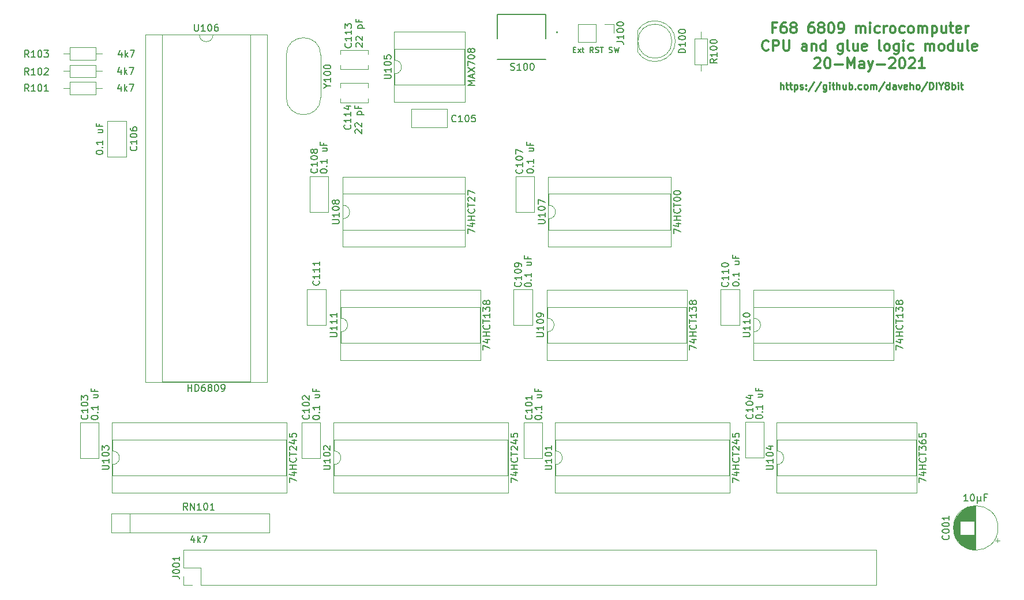
<source format=gbr>
G04 #@! TF.GenerationSoftware,KiCad,Pcbnew,5.1.10-88a1d61d58~88~ubuntu20.04.1*
G04 #@! TF.CreationDate,2021-05-20T09:11:11-04:00*
G04 #@! TF.ProjectId,CPUandGlueLogic,43505561-6e64-4476-9c75-654c6f676963,1*
G04 #@! TF.SameCoordinates,Original*
G04 #@! TF.FileFunction,Legend,Top*
G04 #@! TF.FilePolarity,Positive*
%FSLAX46Y46*%
G04 Gerber Fmt 4.6, Leading zero omitted, Abs format (unit mm)*
G04 Created by KiCad (PCBNEW 5.1.10-88a1d61d58~88~ubuntu20.04.1) date 2021-05-20 09:11:11*
%MOMM*%
%LPD*%
G01*
G04 APERTURE LIST*
%ADD10C,0.250000*%
%ADD11C,0.304800*%
%ADD12C,0.152400*%
%ADD13C,0.120000*%
%ADD14C,0.200000*%
%ADD15C,0.127000*%
%ADD16C,0.150000*%
%ADD17C,3.200000*%
%ADD18R,1.700000X1.700000*%
%ADD19O,1.700000X1.700000*%
%ADD20C,1.950000*%
%ADD21C,1.498000*%
%ADD22O,1.600000X1.600000*%
%ADD23R,1.600000X1.600000*%
%ADD24C,1.600000*%
%ADD25C,1.800000*%
%ADD26R,1.800000X1.800000*%
%ADD27O,1.400000X1.400000*%
%ADD28C,1.400000*%
%ADD29C,1.500000*%
G04 APERTURE END LIST*
D10*
X111766666Y-11452380D02*
X111766666Y-10452380D01*
X112195238Y-11452380D02*
X112195238Y-10928571D01*
X112147619Y-10833333D01*
X112052380Y-10785714D01*
X111909523Y-10785714D01*
X111814285Y-10833333D01*
X111766666Y-10880952D01*
X112528571Y-10785714D02*
X112909523Y-10785714D01*
X112671428Y-10452380D02*
X112671428Y-11309523D01*
X112719047Y-11404761D01*
X112814285Y-11452380D01*
X112909523Y-11452380D01*
X113100000Y-10785714D02*
X113480952Y-10785714D01*
X113242857Y-10452380D02*
X113242857Y-11309523D01*
X113290476Y-11404761D01*
X113385714Y-11452380D01*
X113480952Y-11452380D01*
X113814285Y-10785714D02*
X113814285Y-11785714D01*
X113814285Y-10833333D02*
X113909523Y-10785714D01*
X114100000Y-10785714D01*
X114195238Y-10833333D01*
X114242857Y-10880952D01*
X114290476Y-10976190D01*
X114290476Y-11261904D01*
X114242857Y-11357142D01*
X114195238Y-11404761D01*
X114100000Y-11452380D01*
X113909523Y-11452380D01*
X113814285Y-11404761D01*
X114671428Y-11404761D02*
X114766666Y-11452380D01*
X114957142Y-11452380D01*
X115052380Y-11404761D01*
X115100000Y-11309523D01*
X115100000Y-11261904D01*
X115052380Y-11166666D01*
X114957142Y-11119047D01*
X114814285Y-11119047D01*
X114719047Y-11071428D01*
X114671428Y-10976190D01*
X114671428Y-10928571D01*
X114719047Y-10833333D01*
X114814285Y-10785714D01*
X114957142Y-10785714D01*
X115052380Y-10833333D01*
X115528571Y-11357142D02*
X115576190Y-11404761D01*
X115528571Y-11452380D01*
X115480952Y-11404761D01*
X115528571Y-11357142D01*
X115528571Y-11452380D01*
X115528571Y-10833333D02*
X115576190Y-10880952D01*
X115528571Y-10928571D01*
X115480952Y-10880952D01*
X115528571Y-10833333D01*
X115528571Y-10928571D01*
X116719047Y-10404761D02*
X115861904Y-11690476D01*
X117766666Y-10404761D02*
X116909523Y-11690476D01*
X118528571Y-10785714D02*
X118528571Y-11595238D01*
X118480952Y-11690476D01*
X118433333Y-11738095D01*
X118338095Y-11785714D01*
X118195238Y-11785714D01*
X118100000Y-11738095D01*
X118528571Y-11404761D02*
X118433333Y-11452380D01*
X118242857Y-11452380D01*
X118147619Y-11404761D01*
X118100000Y-11357142D01*
X118052380Y-11261904D01*
X118052380Y-10976190D01*
X118100000Y-10880952D01*
X118147619Y-10833333D01*
X118242857Y-10785714D01*
X118433333Y-10785714D01*
X118528571Y-10833333D01*
X119004761Y-11452380D02*
X119004761Y-10785714D01*
X119004761Y-10452380D02*
X118957142Y-10500000D01*
X119004761Y-10547619D01*
X119052380Y-10500000D01*
X119004761Y-10452380D01*
X119004761Y-10547619D01*
X119338095Y-10785714D02*
X119719047Y-10785714D01*
X119480952Y-10452380D02*
X119480952Y-11309523D01*
X119528571Y-11404761D01*
X119623809Y-11452380D01*
X119719047Y-11452380D01*
X120052380Y-11452380D02*
X120052380Y-10452380D01*
X120480952Y-11452380D02*
X120480952Y-10928571D01*
X120433333Y-10833333D01*
X120338095Y-10785714D01*
X120195238Y-10785714D01*
X120100000Y-10833333D01*
X120052380Y-10880952D01*
X121385714Y-10785714D02*
X121385714Y-11452380D01*
X120957142Y-10785714D02*
X120957142Y-11309523D01*
X121004761Y-11404761D01*
X121100000Y-11452380D01*
X121242857Y-11452380D01*
X121338095Y-11404761D01*
X121385714Y-11357142D01*
X121861904Y-11452380D02*
X121861904Y-10452380D01*
X121861904Y-10833333D02*
X121957142Y-10785714D01*
X122147619Y-10785714D01*
X122242857Y-10833333D01*
X122290476Y-10880952D01*
X122338095Y-10976190D01*
X122338095Y-11261904D01*
X122290476Y-11357142D01*
X122242857Y-11404761D01*
X122147619Y-11452380D01*
X121957142Y-11452380D01*
X121861904Y-11404761D01*
X122766666Y-11357142D02*
X122814285Y-11404761D01*
X122766666Y-11452380D01*
X122719047Y-11404761D01*
X122766666Y-11357142D01*
X122766666Y-11452380D01*
X123671428Y-11404761D02*
X123576190Y-11452380D01*
X123385714Y-11452380D01*
X123290476Y-11404761D01*
X123242857Y-11357142D01*
X123195238Y-11261904D01*
X123195238Y-10976190D01*
X123242857Y-10880952D01*
X123290476Y-10833333D01*
X123385714Y-10785714D01*
X123576190Y-10785714D01*
X123671428Y-10833333D01*
X124242857Y-11452380D02*
X124147619Y-11404761D01*
X124100000Y-11357142D01*
X124052380Y-11261904D01*
X124052380Y-10976190D01*
X124100000Y-10880952D01*
X124147619Y-10833333D01*
X124242857Y-10785714D01*
X124385714Y-10785714D01*
X124480952Y-10833333D01*
X124528571Y-10880952D01*
X124576190Y-10976190D01*
X124576190Y-11261904D01*
X124528571Y-11357142D01*
X124480952Y-11404761D01*
X124385714Y-11452380D01*
X124242857Y-11452380D01*
X125004761Y-11452380D02*
X125004761Y-10785714D01*
X125004761Y-10880952D02*
X125052380Y-10833333D01*
X125147619Y-10785714D01*
X125290476Y-10785714D01*
X125385714Y-10833333D01*
X125433333Y-10928571D01*
X125433333Y-11452380D01*
X125433333Y-10928571D02*
X125480952Y-10833333D01*
X125576190Y-10785714D01*
X125719047Y-10785714D01*
X125814285Y-10833333D01*
X125861904Y-10928571D01*
X125861904Y-11452380D01*
X127052380Y-10404761D02*
X126195238Y-11690476D01*
X127814285Y-11452380D02*
X127814285Y-10452380D01*
X127814285Y-11404761D02*
X127719047Y-11452380D01*
X127528571Y-11452380D01*
X127433333Y-11404761D01*
X127385714Y-11357142D01*
X127338095Y-11261904D01*
X127338095Y-10976190D01*
X127385714Y-10880952D01*
X127433333Y-10833333D01*
X127528571Y-10785714D01*
X127719047Y-10785714D01*
X127814285Y-10833333D01*
X128719047Y-11452380D02*
X128719047Y-10928571D01*
X128671428Y-10833333D01*
X128576190Y-10785714D01*
X128385714Y-10785714D01*
X128290476Y-10833333D01*
X128719047Y-11404761D02*
X128623809Y-11452380D01*
X128385714Y-11452380D01*
X128290476Y-11404761D01*
X128242857Y-11309523D01*
X128242857Y-11214285D01*
X128290476Y-11119047D01*
X128385714Y-11071428D01*
X128623809Y-11071428D01*
X128719047Y-11023809D01*
X129100000Y-10785714D02*
X129338095Y-11452380D01*
X129576190Y-10785714D01*
X130338095Y-11404761D02*
X130242857Y-11452380D01*
X130052380Y-11452380D01*
X129957142Y-11404761D01*
X129909523Y-11309523D01*
X129909523Y-10928571D01*
X129957142Y-10833333D01*
X130052380Y-10785714D01*
X130242857Y-10785714D01*
X130338095Y-10833333D01*
X130385714Y-10928571D01*
X130385714Y-11023809D01*
X129909523Y-11119047D01*
X130814285Y-11452380D02*
X130814285Y-10452380D01*
X131242857Y-11452380D02*
X131242857Y-10928571D01*
X131195238Y-10833333D01*
X131100000Y-10785714D01*
X130957142Y-10785714D01*
X130861904Y-10833333D01*
X130814285Y-10880952D01*
X131861904Y-11452380D02*
X131766666Y-11404761D01*
X131719047Y-11357142D01*
X131671428Y-11261904D01*
X131671428Y-10976190D01*
X131719047Y-10880952D01*
X131766666Y-10833333D01*
X131861904Y-10785714D01*
X132004761Y-10785714D01*
X132100000Y-10833333D01*
X132147619Y-10880952D01*
X132195238Y-10976190D01*
X132195238Y-11261904D01*
X132147619Y-11357142D01*
X132100000Y-11404761D01*
X132004761Y-11452380D01*
X131861904Y-11452380D01*
X133338095Y-10404761D02*
X132480952Y-11690476D01*
X133671428Y-11452380D02*
X133671428Y-10452380D01*
X133909523Y-10452380D01*
X134052380Y-10500000D01*
X134147619Y-10595238D01*
X134195238Y-10690476D01*
X134242857Y-10880952D01*
X134242857Y-11023809D01*
X134195238Y-11214285D01*
X134147619Y-11309523D01*
X134052380Y-11404761D01*
X133909523Y-11452380D01*
X133671428Y-11452380D01*
X134671428Y-11452380D02*
X134671428Y-10452380D01*
X135338095Y-10976190D02*
X135338095Y-11452380D01*
X135004761Y-10452380D02*
X135338095Y-10976190D01*
X135671428Y-10452380D01*
X136147619Y-10880952D02*
X136052380Y-10833333D01*
X136004761Y-10785714D01*
X135957142Y-10690476D01*
X135957142Y-10642857D01*
X136004761Y-10547619D01*
X136052380Y-10500000D01*
X136147619Y-10452380D01*
X136338095Y-10452380D01*
X136433333Y-10500000D01*
X136480952Y-10547619D01*
X136528571Y-10642857D01*
X136528571Y-10690476D01*
X136480952Y-10785714D01*
X136433333Y-10833333D01*
X136338095Y-10880952D01*
X136147619Y-10880952D01*
X136052380Y-10928571D01*
X136004761Y-10976190D01*
X135957142Y-11071428D01*
X135957142Y-11261904D01*
X136004761Y-11357142D01*
X136052380Y-11404761D01*
X136147619Y-11452380D01*
X136338095Y-11452380D01*
X136433333Y-11404761D01*
X136480952Y-11357142D01*
X136528571Y-11261904D01*
X136528571Y-11071428D01*
X136480952Y-10976190D01*
X136433333Y-10928571D01*
X136338095Y-10880952D01*
X136957142Y-11452380D02*
X136957142Y-10452380D01*
X136957142Y-10833333D02*
X137052380Y-10785714D01*
X137242857Y-10785714D01*
X137338095Y-10833333D01*
X137385714Y-10880952D01*
X137433333Y-10976190D01*
X137433333Y-11261904D01*
X137385714Y-11357142D01*
X137338095Y-11404761D01*
X137242857Y-11452380D01*
X137052380Y-11452380D01*
X136957142Y-11404761D01*
X137861904Y-11452380D02*
X137861904Y-10785714D01*
X137861904Y-10452380D02*
X137814285Y-10500000D01*
X137861904Y-10547619D01*
X137909523Y-10500000D01*
X137861904Y-10452380D01*
X137861904Y-10547619D01*
X138195238Y-10785714D02*
X138576190Y-10785714D01*
X138338095Y-10452380D02*
X138338095Y-11309523D01*
X138385714Y-11404761D01*
X138480952Y-11452380D01*
X138576190Y-11452380D01*
D11*
X111111428Y-2400342D02*
X110603428Y-2400342D01*
X110603428Y-3198628D02*
X110603428Y-1674628D01*
X111329142Y-1674628D01*
X112562857Y-1674628D02*
X112272571Y-1674628D01*
X112127428Y-1747200D01*
X112054857Y-1819771D01*
X111909714Y-2037485D01*
X111837142Y-2327771D01*
X111837142Y-2908342D01*
X111909714Y-3053485D01*
X111982285Y-3126057D01*
X112127428Y-3198628D01*
X112417714Y-3198628D01*
X112562857Y-3126057D01*
X112635428Y-3053485D01*
X112707999Y-2908342D01*
X112707999Y-2545485D01*
X112635428Y-2400342D01*
X112562857Y-2327771D01*
X112417714Y-2255200D01*
X112127428Y-2255200D01*
X111982285Y-2327771D01*
X111909714Y-2400342D01*
X111837142Y-2545485D01*
X113578857Y-2327771D02*
X113433714Y-2255200D01*
X113361142Y-2182628D01*
X113288571Y-2037485D01*
X113288571Y-1964914D01*
X113361142Y-1819771D01*
X113433714Y-1747200D01*
X113578857Y-1674628D01*
X113869142Y-1674628D01*
X114014285Y-1747200D01*
X114086857Y-1819771D01*
X114159428Y-1964914D01*
X114159428Y-2037485D01*
X114086857Y-2182628D01*
X114014285Y-2255200D01*
X113869142Y-2327771D01*
X113578857Y-2327771D01*
X113433714Y-2400342D01*
X113361142Y-2472914D01*
X113288571Y-2618057D01*
X113288571Y-2908342D01*
X113361142Y-3053485D01*
X113433714Y-3126057D01*
X113578857Y-3198628D01*
X113869142Y-3198628D01*
X114014285Y-3126057D01*
X114086857Y-3053485D01*
X114159428Y-2908342D01*
X114159428Y-2618057D01*
X114086857Y-2472914D01*
X114014285Y-2400342D01*
X113869142Y-2327771D01*
X116626857Y-1674628D02*
X116336571Y-1674628D01*
X116191428Y-1747200D01*
X116118857Y-1819771D01*
X115973714Y-2037485D01*
X115901142Y-2327771D01*
X115901142Y-2908342D01*
X115973714Y-3053485D01*
X116046285Y-3126057D01*
X116191428Y-3198628D01*
X116481714Y-3198628D01*
X116626857Y-3126057D01*
X116699428Y-3053485D01*
X116771999Y-2908342D01*
X116771999Y-2545485D01*
X116699428Y-2400342D01*
X116626857Y-2327771D01*
X116481714Y-2255200D01*
X116191428Y-2255200D01*
X116046285Y-2327771D01*
X115973714Y-2400342D01*
X115901142Y-2545485D01*
X117642857Y-2327771D02*
X117497714Y-2255200D01*
X117425142Y-2182628D01*
X117352571Y-2037485D01*
X117352571Y-1964914D01*
X117425142Y-1819771D01*
X117497714Y-1747200D01*
X117642857Y-1674628D01*
X117933142Y-1674628D01*
X118078285Y-1747200D01*
X118150857Y-1819771D01*
X118223428Y-1964914D01*
X118223428Y-2037485D01*
X118150857Y-2182628D01*
X118078285Y-2255200D01*
X117933142Y-2327771D01*
X117642857Y-2327771D01*
X117497714Y-2400342D01*
X117425142Y-2472914D01*
X117352571Y-2618057D01*
X117352571Y-2908342D01*
X117425142Y-3053485D01*
X117497714Y-3126057D01*
X117642857Y-3198628D01*
X117933142Y-3198628D01*
X118078285Y-3126057D01*
X118150857Y-3053485D01*
X118223428Y-2908342D01*
X118223428Y-2618057D01*
X118150857Y-2472914D01*
X118078285Y-2400342D01*
X117933142Y-2327771D01*
X119166857Y-1674628D02*
X119311999Y-1674628D01*
X119457142Y-1747200D01*
X119529714Y-1819771D01*
X119602285Y-1964914D01*
X119674857Y-2255200D01*
X119674857Y-2618057D01*
X119602285Y-2908342D01*
X119529714Y-3053485D01*
X119457142Y-3126057D01*
X119311999Y-3198628D01*
X119166857Y-3198628D01*
X119021714Y-3126057D01*
X118949142Y-3053485D01*
X118876571Y-2908342D01*
X118803999Y-2618057D01*
X118803999Y-2255200D01*
X118876571Y-1964914D01*
X118949142Y-1819771D01*
X119021714Y-1747200D01*
X119166857Y-1674628D01*
X120400571Y-3198628D02*
X120690857Y-3198628D01*
X120835999Y-3126057D01*
X120908571Y-3053485D01*
X121053714Y-2835771D01*
X121126285Y-2545485D01*
X121126285Y-1964914D01*
X121053714Y-1819771D01*
X120981142Y-1747200D01*
X120835999Y-1674628D01*
X120545714Y-1674628D01*
X120400571Y-1747200D01*
X120327999Y-1819771D01*
X120255428Y-1964914D01*
X120255428Y-2327771D01*
X120327999Y-2472914D01*
X120400571Y-2545485D01*
X120545714Y-2618057D01*
X120835999Y-2618057D01*
X120981142Y-2545485D01*
X121053714Y-2472914D01*
X121126285Y-2327771D01*
X122940571Y-3198628D02*
X122940571Y-2182628D01*
X122940571Y-2327771D02*
X123013142Y-2255200D01*
X123158285Y-2182628D01*
X123375999Y-2182628D01*
X123521142Y-2255200D01*
X123593714Y-2400342D01*
X123593714Y-3198628D01*
X123593714Y-2400342D02*
X123666285Y-2255200D01*
X123811428Y-2182628D01*
X124029142Y-2182628D01*
X124174285Y-2255200D01*
X124246857Y-2400342D01*
X124246857Y-3198628D01*
X124972571Y-3198628D02*
X124972571Y-2182628D01*
X124972571Y-1674628D02*
X124899999Y-1747200D01*
X124972571Y-1819771D01*
X125045142Y-1747200D01*
X124972571Y-1674628D01*
X124972571Y-1819771D01*
X126351428Y-3126057D02*
X126206285Y-3198628D01*
X125915999Y-3198628D01*
X125770857Y-3126057D01*
X125698285Y-3053485D01*
X125625714Y-2908342D01*
X125625714Y-2472914D01*
X125698285Y-2327771D01*
X125770857Y-2255200D01*
X125915999Y-2182628D01*
X126206285Y-2182628D01*
X126351428Y-2255200D01*
X127004571Y-3198628D02*
X127004571Y-2182628D01*
X127004571Y-2472914D02*
X127077142Y-2327771D01*
X127149714Y-2255200D01*
X127294857Y-2182628D01*
X127439999Y-2182628D01*
X128165714Y-3198628D02*
X128020571Y-3126057D01*
X127947999Y-3053485D01*
X127875428Y-2908342D01*
X127875428Y-2472914D01*
X127947999Y-2327771D01*
X128020571Y-2255200D01*
X128165714Y-2182628D01*
X128383428Y-2182628D01*
X128528571Y-2255200D01*
X128601142Y-2327771D01*
X128673714Y-2472914D01*
X128673714Y-2908342D01*
X128601142Y-3053485D01*
X128528571Y-3126057D01*
X128383428Y-3198628D01*
X128165714Y-3198628D01*
X129979999Y-3126057D02*
X129834857Y-3198628D01*
X129544571Y-3198628D01*
X129399428Y-3126057D01*
X129326857Y-3053485D01*
X129254285Y-2908342D01*
X129254285Y-2472914D01*
X129326857Y-2327771D01*
X129399428Y-2255200D01*
X129544571Y-2182628D01*
X129834857Y-2182628D01*
X129979999Y-2255200D01*
X130850857Y-3198628D02*
X130705714Y-3126057D01*
X130633142Y-3053485D01*
X130560571Y-2908342D01*
X130560571Y-2472914D01*
X130633142Y-2327771D01*
X130705714Y-2255200D01*
X130850857Y-2182628D01*
X131068571Y-2182628D01*
X131213714Y-2255200D01*
X131286285Y-2327771D01*
X131358857Y-2472914D01*
X131358857Y-2908342D01*
X131286285Y-3053485D01*
X131213714Y-3126057D01*
X131068571Y-3198628D01*
X130850857Y-3198628D01*
X132011999Y-3198628D02*
X132011999Y-2182628D01*
X132011999Y-2327771D02*
X132084571Y-2255200D01*
X132229714Y-2182628D01*
X132447428Y-2182628D01*
X132592571Y-2255200D01*
X132665142Y-2400342D01*
X132665142Y-3198628D01*
X132665142Y-2400342D02*
X132737714Y-2255200D01*
X132882857Y-2182628D01*
X133100571Y-2182628D01*
X133245714Y-2255200D01*
X133318285Y-2400342D01*
X133318285Y-3198628D01*
X134043999Y-2182628D02*
X134043999Y-3706628D01*
X134043999Y-2255200D02*
X134189142Y-2182628D01*
X134479428Y-2182628D01*
X134624571Y-2255200D01*
X134697142Y-2327771D01*
X134769714Y-2472914D01*
X134769714Y-2908342D01*
X134697142Y-3053485D01*
X134624571Y-3126057D01*
X134479428Y-3198628D01*
X134189142Y-3198628D01*
X134043999Y-3126057D01*
X136075999Y-2182628D02*
X136075999Y-3198628D01*
X135422857Y-2182628D02*
X135422857Y-2980914D01*
X135495428Y-3126057D01*
X135640571Y-3198628D01*
X135858285Y-3198628D01*
X136003428Y-3126057D01*
X136075999Y-3053485D01*
X136583999Y-2182628D02*
X137164571Y-2182628D01*
X136801714Y-1674628D02*
X136801714Y-2980914D01*
X136874285Y-3126057D01*
X137019428Y-3198628D01*
X137164571Y-3198628D01*
X138253142Y-3126057D02*
X138107999Y-3198628D01*
X137817714Y-3198628D01*
X137672571Y-3126057D01*
X137599999Y-2980914D01*
X137599999Y-2400342D01*
X137672571Y-2255200D01*
X137817714Y-2182628D01*
X138107999Y-2182628D01*
X138253142Y-2255200D01*
X138325714Y-2400342D01*
X138325714Y-2545485D01*
X137599999Y-2690628D01*
X138978857Y-3198628D02*
X138978857Y-2182628D01*
X138978857Y-2472914D02*
X139051428Y-2327771D01*
X139123999Y-2255200D01*
X139269142Y-2182628D01*
X139414285Y-2182628D01*
X110059142Y-5644285D02*
X109986571Y-5716857D01*
X109768857Y-5789428D01*
X109623714Y-5789428D01*
X109406000Y-5716857D01*
X109260857Y-5571714D01*
X109188285Y-5426571D01*
X109115714Y-5136285D01*
X109115714Y-4918571D01*
X109188285Y-4628285D01*
X109260857Y-4483142D01*
X109406000Y-4338000D01*
X109623714Y-4265428D01*
X109768857Y-4265428D01*
X109986571Y-4338000D01*
X110059142Y-4410571D01*
X110712285Y-5789428D02*
X110712285Y-4265428D01*
X111292857Y-4265428D01*
X111438000Y-4338000D01*
X111510571Y-4410571D01*
X111583142Y-4555714D01*
X111583142Y-4773428D01*
X111510571Y-4918571D01*
X111438000Y-4991142D01*
X111292857Y-5063714D01*
X110712285Y-5063714D01*
X112236285Y-4265428D02*
X112236285Y-5499142D01*
X112308857Y-5644285D01*
X112381428Y-5716857D01*
X112526571Y-5789428D01*
X112816857Y-5789428D01*
X112962000Y-5716857D01*
X113034571Y-5644285D01*
X113107142Y-5499142D01*
X113107142Y-4265428D01*
X115647142Y-5789428D02*
X115647142Y-4991142D01*
X115574571Y-4846000D01*
X115429428Y-4773428D01*
X115139142Y-4773428D01*
X114994000Y-4846000D01*
X115647142Y-5716857D02*
X115502000Y-5789428D01*
X115139142Y-5789428D01*
X114994000Y-5716857D01*
X114921428Y-5571714D01*
X114921428Y-5426571D01*
X114994000Y-5281428D01*
X115139142Y-5208857D01*
X115502000Y-5208857D01*
X115647142Y-5136285D01*
X116372857Y-4773428D02*
X116372857Y-5789428D01*
X116372857Y-4918571D02*
X116445428Y-4846000D01*
X116590571Y-4773428D01*
X116808285Y-4773428D01*
X116953428Y-4846000D01*
X117026000Y-4991142D01*
X117026000Y-5789428D01*
X118404857Y-5789428D02*
X118404857Y-4265428D01*
X118404857Y-5716857D02*
X118259714Y-5789428D01*
X117969428Y-5789428D01*
X117824285Y-5716857D01*
X117751714Y-5644285D01*
X117679142Y-5499142D01*
X117679142Y-5063714D01*
X117751714Y-4918571D01*
X117824285Y-4846000D01*
X117969428Y-4773428D01*
X118259714Y-4773428D01*
X118404857Y-4846000D01*
X120944857Y-4773428D02*
X120944857Y-6007142D01*
X120872285Y-6152285D01*
X120799714Y-6224857D01*
X120654571Y-6297428D01*
X120436857Y-6297428D01*
X120291714Y-6224857D01*
X120944857Y-5716857D02*
X120799714Y-5789428D01*
X120509428Y-5789428D01*
X120364285Y-5716857D01*
X120291714Y-5644285D01*
X120219142Y-5499142D01*
X120219142Y-5063714D01*
X120291714Y-4918571D01*
X120364285Y-4846000D01*
X120509428Y-4773428D01*
X120799714Y-4773428D01*
X120944857Y-4846000D01*
X121888285Y-5789428D02*
X121743142Y-5716857D01*
X121670571Y-5571714D01*
X121670571Y-4265428D01*
X123122000Y-4773428D02*
X123122000Y-5789428D01*
X122468857Y-4773428D02*
X122468857Y-5571714D01*
X122541428Y-5716857D01*
X122686571Y-5789428D01*
X122904285Y-5789428D01*
X123049428Y-5716857D01*
X123122000Y-5644285D01*
X124428285Y-5716857D02*
X124283142Y-5789428D01*
X123992857Y-5789428D01*
X123847714Y-5716857D01*
X123775142Y-5571714D01*
X123775142Y-4991142D01*
X123847714Y-4846000D01*
X123992857Y-4773428D01*
X124283142Y-4773428D01*
X124428285Y-4846000D01*
X124500857Y-4991142D01*
X124500857Y-5136285D01*
X123775142Y-5281428D01*
X126532857Y-5789428D02*
X126387714Y-5716857D01*
X126315142Y-5571714D01*
X126315142Y-4265428D01*
X127331142Y-5789428D02*
X127186000Y-5716857D01*
X127113428Y-5644285D01*
X127040857Y-5499142D01*
X127040857Y-5063714D01*
X127113428Y-4918571D01*
X127186000Y-4846000D01*
X127331142Y-4773428D01*
X127548857Y-4773428D01*
X127694000Y-4846000D01*
X127766571Y-4918571D01*
X127839142Y-5063714D01*
X127839142Y-5499142D01*
X127766571Y-5644285D01*
X127694000Y-5716857D01*
X127548857Y-5789428D01*
X127331142Y-5789428D01*
X129145428Y-4773428D02*
X129145428Y-6007142D01*
X129072857Y-6152285D01*
X129000285Y-6224857D01*
X128855142Y-6297428D01*
X128637428Y-6297428D01*
X128492285Y-6224857D01*
X129145428Y-5716857D02*
X129000285Y-5789428D01*
X128710000Y-5789428D01*
X128564857Y-5716857D01*
X128492285Y-5644285D01*
X128419714Y-5499142D01*
X128419714Y-5063714D01*
X128492285Y-4918571D01*
X128564857Y-4846000D01*
X128710000Y-4773428D01*
X129000285Y-4773428D01*
X129145428Y-4846000D01*
X129871142Y-5789428D02*
X129871142Y-4773428D01*
X129871142Y-4265428D02*
X129798571Y-4338000D01*
X129871142Y-4410571D01*
X129943714Y-4338000D01*
X129871142Y-4265428D01*
X129871142Y-4410571D01*
X131250000Y-5716857D02*
X131104857Y-5789428D01*
X130814571Y-5789428D01*
X130669428Y-5716857D01*
X130596857Y-5644285D01*
X130524285Y-5499142D01*
X130524285Y-5063714D01*
X130596857Y-4918571D01*
X130669428Y-4846000D01*
X130814571Y-4773428D01*
X131104857Y-4773428D01*
X131250000Y-4846000D01*
X133064285Y-5789428D02*
X133064285Y-4773428D01*
X133064285Y-4918571D02*
X133136857Y-4846000D01*
X133282000Y-4773428D01*
X133499714Y-4773428D01*
X133644857Y-4846000D01*
X133717428Y-4991142D01*
X133717428Y-5789428D01*
X133717428Y-4991142D02*
X133790000Y-4846000D01*
X133935142Y-4773428D01*
X134152857Y-4773428D01*
X134298000Y-4846000D01*
X134370571Y-4991142D01*
X134370571Y-5789428D01*
X135314000Y-5789428D02*
X135168857Y-5716857D01*
X135096285Y-5644285D01*
X135023714Y-5499142D01*
X135023714Y-5063714D01*
X135096285Y-4918571D01*
X135168857Y-4846000D01*
X135314000Y-4773428D01*
X135531714Y-4773428D01*
X135676857Y-4846000D01*
X135749428Y-4918571D01*
X135822000Y-5063714D01*
X135822000Y-5499142D01*
X135749428Y-5644285D01*
X135676857Y-5716857D01*
X135531714Y-5789428D01*
X135314000Y-5789428D01*
X137128285Y-5789428D02*
X137128285Y-4265428D01*
X137128285Y-5716857D02*
X136983142Y-5789428D01*
X136692857Y-5789428D01*
X136547714Y-5716857D01*
X136475142Y-5644285D01*
X136402571Y-5499142D01*
X136402571Y-5063714D01*
X136475142Y-4918571D01*
X136547714Y-4846000D01*
X136692857Y-4773428D01*
X136983142Y-4773428D01*
X137128285Y-4846000D01*
X138507142Y-4773428D02*
X138507142Y-5789428D01*
X137854000Y-4773428D02*
X137854000Y-5571714D01*
X137926571Y-5716857D01*
X138071714Y-5789428D01*
X138289428Y-5789428D01*
X138434571Y-5716857D01*
X138507142Y-5644285D01*
X139450571Y-5789428D02*
X139305428Y-5716857D01*
X139232857Y-5571714D01*
X139232857Y-4265428D01*
X140611714Y-5716857D02*
X140466571Y-5789428D01*
X140176285Y-5789428D01*
X140031142Y-5716857D01*
X139958571Y-5571714D01*
X139958571Y-4991142D01*
X140031142Y-4846000D01*
X140176285Y-4773428D01*
X140466571Y-4773428D01*
X140611714Y-4846000D01*
X140684285Y-4991142D01*
X140684285Y-5136285D01*
X139958571Y-5281428D01*
X116808285Y-7001371D02*
X116880857Y-6928800D01*
X117026000Y-6856228D01*
X117388857Y-6856228D01*
X117534000Y-6928800D01*
X117606571Y-7001371D01*
X117679142Y-7146514D01*
X117679142Y-7291657D01*
X117606571Y-7509371D01*
X116735714Y-8380228D01*
X117679142Y-8380228D01*
X118622571Y-6856228D02*
X118767714Y-6856228D01*
X118912857Y-6928800D01*
X118985428Y-7001371D01*
X119058000Y-7146514D01*
X119130571Y-7436800D01*
X119130571Y-7799657D01*
X119058000Y-8089942D01*
X118985428Y-8235085D01*
X118912857Y-8307657D01*
X118767714Y-8380228D01*
X118622571Y-8380228D01*
X118477428Y-8307657D01*
X118404857Y-8235085D01*
X118332285Y-8089942D01*
X118259714Y-7799657D01*
X118259714Y-7436800D01*
X118332285Y-7146514D01*
X118404857Y-7001371D01*
X118477428Y-6928800D01*
X118622571Y-6856228D01*
X119783714Y-7799657D02*
X120944857Y-7799657D01*
X121670571Y-8380228D02*
X121670571Y-6856228D01*
X122178571Y-7944800D01*
X122686571Y-6856228D01*
X122686571Y-8380228D01*
X124065428Y-8380228D02*
X124065428Y-7581942D01*
X123992857Y-7436800D01*
X123847714Y-7364228D01*
X123557428Y-7364228D01*
X123412285Y-7436800D01*
X124065428Y-8307657D02*
X123920285Y-8380228D01*
X123557428Y-8380228D01*
X123412285Y-8307657D01*
X123339714Y-8162514D01*
X123339714Y-8017371D01*
X123412285Y-7872228D01*
X123557428Y-7799657D01*
X123920285Y-7799657D01*
X124065428Y-7727085D01*
X124646000Y-7364228D02*
X125008857Y-8380228D01*
X125371714Y-7364228D02*
X125008857Y-8380228D01*
X124863714Y-8743085D01*
X124791142Y-8815657D01*
X124646000Y-8888228D01*
X125952285Y-7799657D02*
X127113428Y-7799657D01*
X127766571Y-7001371D02*
X127839142Y-6928800D01*
X127984285Y-6856228D01*
X128347142Y-6856228D01*
X128492285Y-6928800D01*
X128564857Y-7001371D01*
X128637428Y-7146514D01*
X128637428Y-7291657D01*
X128564857Y-7509371D01*
X127694000Y-8380228D01*
X128637428Y-8380228D01*
X129580857Y-6856228D02*
X129726000Y-6856228D01*
X129871142Y-6928800D01*
X129943714Y-7001371D01*
X130016285Y-7146514D01*
X130088857Y-7436800D01*
X130088857Y-7799657D01*
X130016285Y-8089942D01*
X129943714Y-8235085D01*
X129871142Y-8307657D01*
X129726000Y-8380228D01*
X129580857Y-8380228D01*
X129435714Y-8307657D01*
X129363142Y-8235085D01*
X129290571Y-8089942D01*
X129218000Y-7799657D01*
X129218000Y-7436800D01*
X129290571Y-7146514D01*
X129363142Y-7001371D01*
X129435714Y-6928800D01*
X129580857Y-6856228D01*
X130669428Y-7001371D02*
X130742000Y-6928800D01*
X130887142Y-6856228D01*
X131250000Y-6856228D01*
X131395142Y-6928800D01*
X131467714Y-7001371D01*
X131540285Y-7146514D01*
X131540285Y-7291657D01*
X131467714Y-7509371D01*
X130596857Y-8380228D01*
X131540285Y-8380228D01*
X132991714Y-8380228D02*
X132120857Y-8380228D01*
X132556285Y-8380228D02*
X132556285Y-6856228D01*
X132411142Y-7073942D01*
X132266000Y-7219085D01*
X132120857Y-7291657D01*
D12*
X81390742Y-5641942D02*
X81661676Y-5641942D01*
X81777790Y-6067695D02*
X81390742Y-6067695D01*
X81390742Y-5254895D01*
X81777790Y-5254895D01*
X82048723Y-6067695D02*
X82474476Y-5525828D01*
X82048723Y-5525828D02*
X82474476Y-6067695D01*
X82668000Y-5525828D02*
X82977638Y-5525828D01*
X82784114Y-5254895D02*
X82784114Y-5951580D01*
X82822819Y-6028990D01*
X82900228Y-6067695D01*
X82977638Y-6067695D01*
X84332304Y-6067695D02*
X84061371Y-5680647D01*
X83867847Y-6067695D02*
X83867847Y-5254895D01*
X84177485Y-5254895D01*
X84254895Y-5293600D01*
X84293600Y-5332304D01*
X84332304Y-5409714D01*
X84332304Y-5525828D01*
X84293600Y-5603238D01*
X84254895Y-5641942D01*
X84177485Y-5680647D01*
X83867847Y-5680647D01*
X84641942Y-6028990D02*
X84758057Y-6067695D01*
X84951580Y-6067695D01*
X85028990Y-6028990D01*
X85067695Y-5990285D01*
X85106400Y-5912876D01*
X85106400Y-5835466D01*
X85067695Y-5758057D01*
X85028990Y-5719352D01*
X84951580Y-5680647D01*
X84796761Y-5641942D01*
X84719352Y-5603238D01*
X84680647Y-5564533D01*
X84641942Y-5487123D01*
X84641942Y-5409714D01*
X84680647Y-5332304D01*
X84719352Y-5293600D01*
X84796761Y-5254895D01*
X84990285Y-5254895D01*
X85106400Y-5293600D01*
X85338628Y-5254895D02*
X85803085Y-5254895D01*
X85570857Y-6067695D02*
X85570857Y-5254895D01*
X86654590Y-6028990D02*
X86770704Y-6067695D01*
X86964228Y-6067695D01*
X87041638Y-6028990D01*
X87080342Y-5990285D01*
X87119047Y-5912876D01*
X87119047Y-5835466D01*
X87080342Y-5758057D01*
X87041638Y-5719352D01*
X86964228Y-5680647D01*
X86809409Y-5641942D01*
X86732000Y-5603238D01*
X86693295Y-5564533D01*
X86654590Y-5487123D01*
X86654590Y-5409714D01*
X86693295Y-5332304D01*
X86732000Y-5293600D01*
X86809409Y-5254895D01*
X87002933Y-5254895D01*
X87119047Y-5293600D01*
X87389980Y-5254895D02*
X87583504Y-6067695D01*
X87738323Y-5487123D01*
X87893142Y-6067695D01*
X88086666Y-5254895D01*
D13*
X125860000Y-84330000D02*
X125860000Y-79130000D01*
X26740000Y-84330000D02*
X125860000Y-84330000D01*
X24140000Y-79130000D02*
X125860000Y-79130000D01*
X26740000Y-84330000D02*
X26740000Y-81730000D01*
X26740000Y-81730000D02*
X24140000Y-81730000D01*
X24140000Y-81730000D02*
X24140000Y-79130000D01*
X25470000Y-84330000D02*
X24140000Y-84330000D01*
X24140000Y-84330000D02*
X24140000Y-83000000D01*
D14*
X79100000Y-3100000D02*
G75*
G03*
X79100000Y-3100000I-100000J0D01*
G01*
D15*
X77355000Y-490000D02*
X77355000Y-3985000D01*
X70245000Y-3985000D02*
X70245000Y-490000D01*
X75555000Y-490000D02*
X77355000Y-490000D01*
X72045000Y-490000D02*
X75555000Y-490000D01*
X70245000Y-490000D02*
X72045000Y-490000D01*
X77355000Y-7110000D02*
X70245000Y-7110000D01*
D13*
X47510000Y-24350000D02*
X47510000Y-34630000D01*
X65530000Y-24350000D02*
X47510000Y-24350000D01*
X65530000Y-34630000D02*
X65530000Y-24350000D01*
X47510000Y-34630000D02*
X65530000Y-34630000D01*
X47570000Y-26840000D02*
X47570000Y-28490000D01*
X65470000Y-26840000D02*
X47570000Y-26840000D01*
X65470000Y-32140000D02*
X65470000Y-26840000D01*
X47570000Y-32140000D02*
X65470000Y-32140000D01*
X47570000Y-30490000D02*
X47570000Y-32140000D01*
X47570000Y-28490000D02*
G75*
G02*
X47570000Y-30490000I0J-1000000D01*
G01*
X143720000Y-75900000D02*
G75*
G03*
X143720000Y-75900000I-3270000J0D01*
G01*
X140450000Y-79130000D02*
X140450000Y-72670000D01*
X140410000Y-79130000D02*
X140410000Y-72670000D01*
X140370000Y-79130000D02*
X140370000Y-72670000D01*
X140330000Y-79128000D02*
X140330000Y-72672000D01*
X140290000Y-79127000D02*
X140290000Y-72673000D01*
X140250000Y-79124000D02*
X140250000Y-72676000D01*
X140210000Y-79122000D02*
X140210000Y-76940000D01*
X140210000Y-74860000D02*
X140210000Y-72678000D01*
X140170000Y-79118000D02*
X140170000Y-76940000D01*
X140170000Y-74860000D02*
X140170000Y-72682000D01*
X140130000Y-79115000D02*
X140130000Y-76940000D01*
X140130000Y-74860000D02*
X140130000Y-72685000D01*
X140090000Y-79111000D02*
X140090000Y-76940000D01*
X140090000Y-74860000D02*
X140090000Y-72689000D01*
X140050000Y-79106000D02*
X140050000Y-76940000D01*
X140050000Y-74860000D02*
X140050000Y-72694000D01*
X140010000Y-79101000D02*
X140010000Y-76940000D01*
X140010000Y-74860000D02*
X140010000Y-72699000D01*
X139970000Y-79095000D02*
X139970000Y-76940000D01*
X139970000Y-74860000D02*
X139970000Y-72705000D01*
X139930000Y-79089000D02*
X139930000Y-76940000D01*
X139930000Y-74860000D02*
X139930000Y-72711000D01*
X139890000Y-79082000D02*
X139890000Y-76940000D01*
X139890000Y-74860000D02*
X139890000Y-72718000D01*
X139850000Y-79075000D02*
X139850000Y-76940000D01*
X139850000Y-74860000D02*
X139850000Y-72725000D01*
X139810000Y-79067000D02*
X139810000Y-76940000D01*
X139810000Y-74860000D02*
X139810000Y-72733000D01*
X139770000Y-79059000D02*
X139770000Y-76940000D01*
X139770000Y-74860000D02*
X139770000Y-72741000D01*
X139729000Y-79050000D02*
X139729000Y-76940000D01*
X139729000Y-74860000D02*
X139729000Y-72750000D01*
X139689000Y-79041000D02*
X139689000Y-76940000D01*
X139689000Y-74860000D02*
X139689000Y-72759000D01*
X139649000Y-79031000D02*
X139649000Y-76940000D01*
X139649000Y-74860000D02*
X139649000Y-72769000D01*
X139609000Y-79021000D02*
X139609000Y-76940000D01*
X139609000Y-74860000D02*
X139609000Y-72779000D01*
X139569000Y-79010000D02*
X139569000Y-76940000D01*
X139569000Y-74860000D02*
X139569000Y-72790000D01*
X139529000Y-78998000D02*
X139529000Y-76940000D01*
X139529000Y-74860000D02*
X139529000Y-72802000D01*
X139489000Y-78986000D02*
X139489000Y-76940000D01*
X139489000Y-74860000D02*
X139489000Y-72814000D01*
X139449000Y-78974000D02*
X139449000Y-76940000D01*
X139449000Y-74860000D02*
X139449000Y-72826000D01*
X139409000Y-78961000D02*
X139409000Y-76940000D01*
X139409000Y-74860000D02*
X139409000Y-72839000D01*
X139369000Y-78947000D02*
X139369000Y-76940000D01*
X139369000Y-74860000D02*
X139369000Y-72853000D01*
X139329000Y-78933000D02*
X139329000Y-76940000D01*
X139329000Y-74860000D02*
X139329000Y-72867000D01*
X139289000Y-78918000D02*
X139289000Y-76940000D01*
X139289000Y-74860000D02*
X139289000Y-72882000D01*
X139249000Y-78902000D02*
X139249000Y-76940000D01*
X139249000Y-74860000D02*
X139249000Y-72898000D01*
X139209000Y-78886000D02*
X139209000Y-76940000D01*
X139209000Y-74860000D02*
X139209000Y-72914000D01*
X139169000Y-78870000D02*
X139169000Y-76940000D01*
X139169000Y-74860000D02*
X139169000Y-72930000D01*
X139129000Y-78852000D02*
X139129000Y-76940000D01*
X139129000Y-74860000D02*
X139129000Y-72948000D01*
X139089000Y-78834000D02*
X139089000Y-76940000D01*
X139089000Y-74860000D02*
X139089000Y-72966000D01*
X139049000Y-78816000D02*
X139049000Y-76940000D01*
X139049000Y-74860000D02*
X139049000Y-72984000D01*
X139009000Y-78796000D02*
X139009000Y-76940000D01*
X139009000Y-74860000D02*
X139009000Y-73004000D01*
X138969000Y-78776000D02*
X138969000Y-76940000D01*
X138969000Y-74860000D02*
X138969000Y-73024000D01*
X138929000Y-78756000D02*
X138929000Y-76940000D01*
X138929000Y-74860000D02*
X138929000Y-73044000D01*
X138889000Y-78734000D02*
X138889000Y-76940000D01*
X138889000Y-74860000D02*
X138889000Y-73066000D01*
X138849000Y-78712000D02*
X138849000Y-76940000D01*
X138849000Y-74860000D02*
X138849000Y-73088000D01*
X138809000Y-78690000D02*
X138809000Y-76940000D01*
X138809000Y-74860000D02*
X138809000Y-73110000D01*
X138769000Y-78666000D02*
X138769000Y-76940000D01*
X138769000Y-74860000D02*
X138769000Y-73134000D01*
X138729000Y-78642000D02*
X138729000Y-76940000D01*
X138729000Y-74860000D02*
X138729000Y-73158000D01*
X138689000Y-78616000D02*
X138689000Y-76940000D01*
X138689000Y-74860000D02*
X138689000Y-73184000D01*
X138649000Y-78590000D02*
X138649000Y-76940000D01*
X138649000Y-74860000D02*
X138649000Y-73210000D01*
X138609000Y-78564000D02*
X138609000Y-76940000D01*
X138609000Y-74860000D02*
X138609000Y-73236000D01*
X138569000Y-78536000D02*
X138569000Y-76940000D01*
X138569000Y-74860000D02*
X138569000Y-73264000D01*
X138529000Y-78507000D02*
X138529000Y-76940000D01*
X138529000Y-74860000D02*
X138529000Y-73293000D01*
X138489000Y-78478000D02*
X138489000Y-76940000D01*
X138489000Y-74860000D02*
X138489000Y-73322000D01*
X138449000Y-78448000D02*
X138449000Y-76940000D01*
X138449000Y-74860000D02*
X138449000Y-73352000D01*
X138409000Y-78416000D02*
X138409000Y-76940000D01*
X138409000Y-74860000D02*
X138409000Y-73384000D01*
X138369000Y-78384000D02*
X138369000Y-76940000D01*
X138369000Y-74860000D02*
X138369000Y-73416000D01*
X138329000Y-78350000D02*
X138329000Y-76940000D01*
X138329000Y-74860000D02*
X138329000Y-73450000D01*
X138289000Y-78316000D02*
X138289000Y-76940000D01*
X138289000Y-74860000D02*
X138289000Y-73484000D01*
X138249000Y-78280000D02*
X138249000Y-76940000D01*
X138249000Y-74860000D02*
X138249000Y-73520000D01*
X138209000Y-78243000D02*
X138209000Y-76940000D01*
X138209000Y-74860000D02*
X138209000Y-73557000D01*
X138169000Y-78205000D02*
X138169000Y-76940000D01*
X138169000Y-74860000D02*
X138169000Y-73595000D01*
X138129000Y-78165000D02*
X138129000Y-73635000D01*
X138089000Y-78124000D02*
X138089000Y-73676000D01*
X138049000Y-78082000D02*
X138049000Y-73718000D01*
X138009000Y-78037000D02*
X138009000Y-73763000D01*
X137969000Y-77992000D02*
X137969000Y-73808000D01*
X137929000Y-77944000D02*
X137929000Y-73856000D01*
X137889000Y-77895000D02*
X137889000Y-73905000D01*
X137849000Y-77844000D02*
X137849000Y-73956000D01*
X137809000Y-77790000D02*
X137809000Y-74010000D01*
X137769000Y-77734000D02*
X137769000Y-74066000D01*
X137729000Y-77676000D02*
X137729000Y-74124000D01*
X137689000Y-77614000D02*
X137689000Y-74186000D01*
X137649000Y-77550000D02*
X137649000Y-74250000D01*
X137609000Y-77481000D02*
X137609000Y-74319000D01*
X137569000Y-77409000D02*
X137569000Y-74391000D01*
X137529000Y-77332000D02*
X137529000Y-74468000D01*
X137489000Y-77250000D02*
X137489000Y-74550000D01*
X137449000Y-77162000D02*
X137449000Y-74638000D01*
X137409000Y-77065000D02*
X137409000Y-74735000D01*
X137369000Y-76959000D02*
X137369000Y-74841000D01*
X137329000Y-76840000D02*
X137329000Y-74960000D01*
X137289000Y-76702000D02*
X137289000Y-75098000D01*
X137249000Y-76533000D02*
X137249000Y-75267000D01*
X137209000Y-76302000D02*
X137209000Y-75498000D01*
X143950241Y-77739000D02*
X143320241Y-77739000D01*
X143635241Y-78054000D02*
X143635241Y-77424000D01*
X76870000Y-65670000D02*
X74130000Y-65670000D01*
X76870000Y-60430000D02*
X74130000Y-60430000D01*
X74130000Y-60430000D02*
X74130000Y-65670000D01*
X76870000Y-60430000D02*
X76870000Y-65670000D01*
X44270000Y-60430000D02*
X44270000Y-65670000D01*
X41530000Y-60430000D02*
X41530000Y-65670000D01*
X44270000Y-60430000D02*
X41530000Y-60430000D01*
X44270000Y-65670000D02*
X41530000Y-65670000D01*
X11770000Y-65670000D02*
X9030000Y-65670000D01*
X11770000Y-60430000D02*
X9030000Y-60430000D01*
X9030000Y-60430000D02*
X9030000Y-65670000D01*
X11770000Y-60430000D02*
X11770000Y-65670000D01*
X109370000Y-60330000D02*
X109370000Y-65570000D01*
X106630000Y-60330000D02*
X106630000Y-65570000D01*
X109370000Y-60330000D02*
X106630000Y-60330000D01*
X109370000Y-65570000D02*
X106630000Y-65570000D01*
X62870000Y-14330000D02*
X62870000Y-17070000D01*
X57630000Y-14330000D02*
X57630000Y-17070000D01*
X57630000Y-17070000D02*
X62870000Y-17070000D01*
X57630000Y-14330000D02*
X62870000Y-14330000D01*
X15770000Y-16130000D02*
X15770000Y-21370000D01*
X13030000Y-16130000D02*
X13030000Y-21370000D01*
X15770000Y-16130000D02*
X13030000Y-16130000D01*
X15770000Y-21370000D02*
X13030000Y-21370000D01*
X75670000Y-29470000D02*
X72930000Y-29470000D01*
X75670000Y-24230000D02*
X72930000Y-24230000D01*
X72930000Y-24230000D02*
X72930000Y-29470000D01*
X75670000Y-24230000D02*
X75670000Y-29470000D01*
X45470000Y-24230000D02*
X45470000Y-29470000D01*
X42730000Y-24230000D02*
X42730000Y-29470000D01*
X45470000Y-24230000D02*
X42730000Y-24230000D01*
X45470000Y-29470000D02*
X42730000Y-29470000D01*
X75370000Y-40830000D02*
X75370000Y-46070000D01*
X72630000Y-40830000D02*
X72630000Y-46070000D01*
X75370000Y-40830000D02*
X72630000Y-40830000D01*
X75370000Y-46070000D02*
X72630000Y-46070000D01*
X105770000Y-46070000D02*
X103030000Y-46070000D01*
X105770000Y-40830000D02*
X103030000Y-40830000D01*
X103030000Y-40830000D02*
X103030000Y-46070000D01*
X105770000Y-40830000D02*
X105770000Y-46070000D01*
X45070000Y-46070000D02*
X42330000Y-46070000D01*
X45070000Y-40830000D02*
X42330000Y-40830000D01*
X42330000Y-40830000D02*
X42330000Y-46070000D01*
X45070000Y-40830000D02*
X45070000Y-46070000D01*
X51270000Y-8520000D02*
X47230000Y-8520000D01*
X51270000Y-5680000D02*
X47230000Y-5680000D01*
X51270000Y-8520000D02*
X51270000Y-7895000D01*
X51270000Y-6305000D02*
X51270000Y-5680000D01*
X47230000Y-8520000D02*
X47230000Y-7895000D01*
X47230000Y-6305000D02*
X47230000Y-5680000D01*
X47230000Y-11205000D02*
X47230000Y-10580000D01*
X47230000Y-13420000D02*
X47230000Y-12795000D01*
X51270000Y-11205000D02*
X51270000Y-10580000D01*
X51270000Y-13420000D02*
X51270000Y-12795000D01*
X51270000Y-10580000D02*
X47230000Y-10580000D01*
X51270000Y-13420000D02*
X47230000Y-13420000D01*
X90810000Y-2855000D02*
X90810000Y-5945000D01*
X95870000Y-4400000D02*
G75*
G03*
X95870000Y-4400000I-2500000J0D01*
G01*
X96360000Y-4399538D02*
G75*
G02*
X90810000Y-5944830I-2990000J-462D01*
G01*
X96360000Y-4400462D02*
G75*
G03*
X90810000Y-2855170I-2990000J462D01*
G01*
X87330000Y-1870000D02*
X87330000Y-3200000D01*
X86000000Y-1870000D02*
X87330000Y-1870000D01*
X84730000Y-1870000D02*
X84730000Y-4530000D01*
X84730000Y-4530000D02*
X82130000Y-4530000D01*
X84730000Y-1870000D02*
X82130000Y-1870000D01*
X82130000Y-1870000D02*
X82130000Y-4530000D01*
X100100000Y-8780000D02*
X100100000Y-7830000D01*
X100100000Y-3040000D02*
X100100000Y-3990000D01*
X101020000Y-7830000D02*
X101020000Y-3990000D01*
X99180000Y-7830000D02*
X101020000Y-7830000D01*
X99180000Y-3990000D02*
X99180000Y-7830000D01*
X101020000Y-3990000D02*
X99180000Y-3990000D01*
X7490000Y-10380000D02*
X7490000Y-12220000D01*
X7490000Y-12220000D02*
X11330000Y-12220000D01*
X11330000Y-12220000D02*
X11330000Y-10380000D01*
X11330000Y-10380000D02*
X7490000Y-10380000D01*
X6540000Y-11300000D02*
X7490000Y-11300000D01*
X12280000Y-11300000D02*
X11330000Y-11300000D01*
X12280000Y-8800000D02*
X11330000Y-8800000D01*
X6540000Y-8800000D02*
X7490000Y-8800000D01*
X11330000Y-7880000D02*
X7490000Y-7880000D01*
X11330000Y-9720000D02*
X11330000Y-7880000D01*
X7490000Y-9720000D02*
X11330000Y-9720000D01*
X7490000Y-7880000D02*
X7490000Y-9720000D01*
X7490000Y-5280000D02*
X7490000Y-7120000D01*
X7490000Y-7120000D02*
X11330000Y-7120000D01*
X11330000Y-7120000D02*
X11330000Y-5280000D01*
X11330000Y-5280000D02*
X7490000Y-5280000D01*
X6540000Y-6200000D02*
X7490000Y-6200000D01*
X12280000Y-6200000D02*
X11330000Y-6200000D01*
X13560000Y-73800000D02*
X13560000Y-76600000D01*
X13560000Y-76600000D02*
X36760000Y-76600000D01*
X36760000Y-76600000D02*
X36760000Y-73800000D01*
X36760000Y-73800000D02*
X13560000Y-73800000D01*
X16270000Y-73800000D02*
X16270000Y-76600000D01*
X78710000Y-60450000D02*
X78710000Y-70730000D01*
X104350000Y-60450000D02*
X78710000Y-60450000D01*
X104350000Y-70730000D02*
X104350000Y-60450000D01*
X78710000Y-70730000D02*
X104350000Y-70730000D01*
X78770000Y-62940000D02*
X78770000Y-64590000D01*
X104290000Y-62940000D02*
X78770000Y-62940000D01*
X104290000Y-68240000D02*
X104290000Y-62940000D01*
X78770000Y-68240000D02*
X104290000Y-68240000D01*
X78770000Y-66590000D02*
X78770000Y-68240000D01*
X78770000Y-64590000D02*
G75*
G02*
X78770000Y-66590000I0J-1000000D01*
G01*
X46270000Y-66590000D02*
X46270000Y-68240000D01*
X46270000Y-68240000D02*
X71790000Y-68240000D01*
X71790000Y-68240000D02*
X71790000Y-62940000D01*
X71790000Y-62940000D02*
X46270000Y-62940000D01*
X46270000Y-62940000D02*
X46270000Y-64590000D01*
X46210000Y-70730000D02*
X71850000Y-70730000D01*
X71850000Y-70730000D02*
X71850000Y-60450000D01*
X71850000Y-60450000D02*
X46210000Y-60450000D01*
X46210000Y-60450000D02*
X46210000Y-70730000D01*
X46270000Y-64590000D02*
G75*
G02*
X46270000Y-66590000I0J-1000000D01*
G01*
X13770000Y-66590000D02*
X13770000Y-68240000D01*
X13770000Y-68240000D02*
X39290000Y-68240000D01*
X39290000Y-68240000D02*
X39290000Y-62940000D01*
X39290000Y-62940000D02*
X13770000Y-62940000D01*
X13770000Y-62940000D02*
X13770000Y-64590000D01*
X13710000Y-70730000D02*
X39350000Y-70730000D01*
X39350000Y-70730000D02*
X39350000Y-60450000D01*
X39350000Y-60450000D02*
X13710000Y-60450000D01*
X13710000Y-60450000D02*
X13710000Y-70730000D01*
X13770000Y-64590000D02*
G75*
G02*
X13770000Y-66590000I0J-1000000D01*
G01*
X111270000Y-66590000D02*
X111270000Y-68240000D01*
X111270000Y-68240000D02*
X131710000Y-68240000D01*
X131710000Y-68240000D02*
X131710000Y-62940000D01*
X131710000Y-62940000D02*
X111270000Y-62940000D01*
X111270000Y-62940000D02*
X111270000Y-64590000D01*
X111210000Y-70730000D02*
X131770000Y-70730000D01*
X131770000Y-70730000D02*
X131770000Y-60450000D01*
X131770000Y-60450000D02*
X111210000Y-60450000D01*
X111210000Y-60450000D02*
X111210000Y-70730000D01*
X111270000Y-64590000D02*
G75*
G02*
X111270000Y-66590000I0J-1000000D01*
G01*
X55110000Y-3050000D02*
X55110000Y-13330000D01*
X65510000Y-3050000D02*
X55110000Y-3050000D01*
X65510000Y-13330000D02*
X65510000Y-3050000D01*
X55110000Y-13330000D02*
X65510000Y-13330000D01*
X55170000Y-5540000D02*
X55170000Y-7190000D01*
X65450000Y-5540000D02*
X55170000Y-5540000D01*
X65450000Y-10840000D02*
X65450000Y-5540000D01*
X55170000Y-10840000D02*
X65450000Y-10840000D01*
X55170000Y-9190000D02*
X55170000Y-10840000D01*
X55170000Y-7190000D02*
G75*
G02*
X55170000Y-9190000I0J-1000000D01*
G01*
X36470000Y-3410000D02*
X18570000Y-3410000D01*
X36470000Y-54450000D02*
X36470000Y-3410000D01*
X18570000Y-54450000D02*
X36470000Y-54450000D01*
X18570000Y-3410000D02*
X18570000Y-54450000D01*
X33980000Y-3470000D02*
X28520000Y-3470000D01*
X33980000Y-54390000D02*
X33980000Y-3470000D01*
X21060000Y-54390000D02*
X33980000Y-54390000D01*
X21060000Y-3470000D02*
X21060000Y-54390000D01*
X26520000Y-3470000D02*
X21060000Y-3470000D01*
X28520000Y-3470000D02*
G75*
G02*
X26520000Y-3470000I-1000000J0D01*
G01*
X77770000Y-30490000D02*
X77770000Y-32140000D01*
X77770000Y-32140000D02*
X95670000Y-32140000D01*
X95670000Y-32140000D02*
X95670000Y-26840000D01*
X95670000Y-26840000D02*
X77770000Y-26840000D01*
X77770000Y-26840000D02*
X77770000Y-28490000D01*
X77710000Y-34630000D02*
X95730000Y-34630000D01*
X95730000Y-34630000D02*
X95730000Y-24350000D01*
X95730000Y-24350000D02*
X77710000Y-24350000D01*
X77710000Y-24350000D02*
X77710000Y-34630000D01*
X77770000Y-28490000D02*
G75*
G02*
X77770000Y-30490000I0J-1000000D01*
G01*
X77510000Y-40950000D02*
X77510000Y-51230000D01*
X98070000Y-40950000D02*
X77510000Y-40950000D01*
X98070000Y-51230000D02*
X98070000Y-40950000D01*
X77510000Y-51230000D02*
X98070000Y-51230000D01*
X77570000Y-43440000D02*
X77570000Y-45090000D01*
X98010000Y-43440000D02*
X77570000Y-43440000D01*
X98010000Y-48740000D02*
X98010000Y-43440000D01*
X77570000Y-48740000D02*
X98010000Y-48740000D01*
X77570000Y-47090000D02*
X77570000Y-48740000D01*
X77570000Y-45090000D02*
G75*
G02*
X77570000Y-47090000I0J-1000000D01*
G01*
X107810000Y-40950000D02*
X107810000Y-51230000D01*
X128370000Y-40950000D02*
X107810000Y-40950000D01*
X128370000Y-51230000D02*
X128370000Y-40950000D01*
X107810000Y-51230000D02*
X128370000Y-51230000D01*
X107870000Y-43440000D02*
X107870000Y-45090000D01*
X128310000Y-43440000D02*
X107870000Y-43440000D01*
X128310000Y-48740000D02*
X128310000Y-43440000D01*
X107870000Y-48740000D02*
X128310000Y-48740000D01*
X107870000Y-47090000D02*
X107870000Y-48740000D01*
X107870000Y-45090000D02*
G75*
G02*
X107870000Y-47090000I0J-1000000D01*
G01*
X47270000Y-47090000D02*
X47270000Y-48740000D01*
X47270000Y-48740000D02*
X67710000Y-48740000D01*
X67710000Y-48740000D02*
X67710000Y-43440000D01*
X67710000Y-43440000D02*
X47270000Y-43440000D01*
X47270000Y-43440000D02*
X47270000Y-45090000D01*
X47210000Y-51230000D02*
X67770000Y-51230000D01*
X67770000Y-51230000D02*
X67770000Y-40950000D01*
X67770000Y-40950000D02*
X47210000Y-40950000D01*
X47210000Y-40950000D02*
X47210000Y-51230000D01*
X47270000Y-45090000D02*
G75*
G02*
X47270000Y-47090000I0J-1000000D01*
G01*
X44325000Y-6425000D02*
X44325000Y-12675000D01*
X39275000Y-6425000D02*
X39275000Y-12675000D01*
X39275000Y-6425000D02*
G75*
G02*
X44325000Y-6425000I2525000J0D01*
G01*
X39275000Y-12675000D02*
G75*
G03*
X44325000Y-12675000I2525000J0D01*
G01*
D16*
X22592380Y-83015714D02*
X23306666Y-83015714D01*
X23449523Y-83063333D01*
X23544761Y-83158571D01*
X23592380Y-83301428D01*
X23592380Y-83396666D01*
X22592380Y-82349047D02*
X22592380Y-82253809D01*
X22640000Y-82158571D01*
X22687619Y-82110952D01*
X22782857Y-82063333D01*
X22973333Y-82015714D01*
X23211428Y-82015714D01*
X23401904Y-82063333D01*
X23497142Y-82110952D01*
X23544761Y-82158571D01*
X23592380Y-82253809D01*
X23592380Y-82349047D01*
X23544761Y-82444285D01*
X23497142Y-82491904D01*
X23401904Y-82539523D01*
X23211428Y-82587142D01*
X22973333Y-82587142D01*
X22782857Y-82539523D01*
X22687619Y-82491904D01*
X22640000Y-82444285D01*
X22592380Y-82349047D01*
X22592380Y-81396666D02*
X22592380Y-81301428D01*
X22640000Y-81206190D01*
X22687619Y-81158571D01*
X22782857Y-81110952D01*
X22973333Y-81063333D01*
X23211428Y-81063333D01*
X23401904Y-81110952D01*
X23497142Y-81158571D01*
X23544761Y-81206190D01*
X23592380Y-81301428D01*
X23592380Y-81396666D01*
X23544761Y-81491904D01*
X23497142Y-81539523D01*
X23401904Y-81587142D01*
X23211428Y-81634761D01*
X22973333Y-81634761D01*
X22782857Y-81587142D01*
X22687619Y-81539523D01*
X22640000Y-81491904D01*
X22592380Y-81396666D01*
X23592380Y-80110952D02*
X23592380Y-80682380D01*
X23592380Y-80396666D02*
X22592380Y-80396666D01*
X22735238Y-80491904D01*
X22830476Y-80587142D01*
X22878095Y-80682380D01*
X72185714Y-8604761D02*
X72328571Y-8652380D01*
X72566666Y-8652380D01*
X72661904Y-8604761D01*
X72709523Y-8557142D01*
X72757142Y-8461904D01*
X72757142Y-8366666D01*
X72709523Y-8271428D01*
X72661904Y-8223809D01*
X72566666Y-8176190D01*
X72376190Y-8128571D01*
X72280952Y-8080952D01*
X72233333Y-8033333D01*
X72185714Y-7938095D01*
X72185714Y-7842857D01*
X72233333Y-7747619D01*
X72280952Y-7700000D01*
X72376190Y-7652380D01*
X72614285Y-7652380D01*
X72757142Y-7700000D01*
X73709523Y-8652380D02*
X73138095Y-8652380D01*
X73423809Y-8652380D02*
X73423809Y-7652380D01*
X73328571Y-7795238D01*
X73233333Y-7890476D01*
X73138095Y-7938095D01*
X74328571Y-7652380D02*
X74423809Y-7652380D01*
X74519047Y-7700000D01*
X74566666Y-7747619D01*
X74614285Y-7842857D01*
X74661904Y-8033333D01*
X74661904Y-8271428D01*
X74614285Y-8461904D01*
X74566666Y-8557142D01*
X74519047Y-8604761D01*
X74423809Y-8652380D01*
X74328571Y-8652380D01*
X74233333Y-8604761D01*
X74185714Y-8557142D01*
X74138095Y-8461904D01*
X74090476Y-8271428D01*
X74090476Y-8033333D01*
X74138095Y-7842857D01*
X74185714Y-7747619D01*
X74233333Y-7700000D01*
X74328571Y-7652380D01*
X75280952Y-7652380D02*
X75376190Y-7652380D01*
X75471428Y-7700000D01*
X75519047Y-7747619D01*
X75566666Y-7842857D01*
X75614285Y-8033333D01*
X75614285Y-8271428D01*
X75566666Y-8461904D01*
X75519047Y-8557142D01*
X75471428Y-8604761D01*
X75376190Y-8652380D01*
X75280952Y-8652380D01*
X75185714Y-8604761D01*
X75138095Y-8557142D01*
X75090476Y-8461904D01*
X75042857Y-8271428D01*
X75042857Y-8033333D01*
X75090476Y-7842857D01*
X75138095Y-7747619D01*
X75185714Y-7700000D01*
X75280952Y-7652380D01*
X46022380Y-31204285D02*
X46831904Y-31204285D01*
X46927142Y-31156666D01*
X46974761Y-31109047D01*
X47022380Y-31013809D01*
X47022380Y-30823333D01*
X46974761Y-30728095D01*
X46927142Y-30680476D01*
X46831904Y-30632857D01*
X46022380Y-30632857D01*
X47022380Y-29632857D02*
X47022380Y-30204285D01*
X47022380Y-29918571D02*
X46022380Y-29918571D01*
X46165238Y-30013809D01*
X46260476Y-30109047D01*
X46308095Y-30204285D01*
X46022380Y-29013809D02*
X46022380Y-28918571D01*
X46070000Y-28823333D01*
X46117619Y-28775714D01*
X46212857Y-28728095D01*
X46403333Y-28680476D01*
X46641428Y-28680476D01*
X46831904Y-28728095D01*
X46927142Y-28775714D01*
X46974761Y-28823333D01*
X47022380Y-28918571D01*
X47022380Y-29013809D01*
X46974761Y-29109047D01*
X46927142Y-29156666D01*
X46831904Y-29204285D01*
X46641428Y-29251904D01*
X46403333Y-29251904D01*
X46212857Y-29204285D01*
X46117619Y-29156666D01*
X46070000Y-29109047D01*
X46022380Y-29013809D01*
X46450952Y-28109047D02*
X46403333Y-28204285D01*
X46355714Y-28251904D01*
X46260476Y-28299523D01*
X46212857Y-28299523D01*
X46117619Y-28251904D01*
X46070000Y-28204285D01*
X46022380Y-28109047D01*
X46022380Y-27918571D01*
X46070000Y-27823333D01*
X46117619Y-27775714D01*
X46212857Y-27728095D01*
X46260476Y-27728095D01*
X46355714Y-27775714D01*
X46403333Y-27823333D01*
X46450952Y-27918571D01*
X46450952Y-28109047D01*
X46498571Y-28204285D01*
X46546190Y-28251904D01*
X46641428Y-28299523D01*
X46831904Y-28299523D01*
X46927142Y-28251904D01*
X46974761Y-28204285D01*
X47022380Y-28109047D01*
X47022380Y-27918571D01*
X46974761Y-27823333D01*
X46927142Y-27775714D01*
X46831904Y-27728095D01*
X46641428Y-27728095D01*
X46546190Y-27775714D01*
X46498571Y-27823333D01*
X46450952Y-27918571D01*
X65922380Y-32656666D02*
X65922380Y-31990000D01*
X66922380Y-32418571D01*
X66255714Y-31180476D02*
X66922380Y-31180476D01*
X65874761Y-31418571D02*
X66589047Y-31656666D01*
X66589047Y-31037619D01*
X66922380Y-30656666D02*
X65922380Y-30656666D01*
X66398571Y-30656666D02*
X66398571Y-30085238D01*
X66922380Y-30085238D02*
X65922380Y-30085238D01*
X66827142Y-29037619D02*
X66874761Y-29085238D01*
X66922380Y-29228095D01*
X66922380Y-29323333D01*
X66874761Y-29466190D01*
X66779523Y-29561428D01*
X66684285Y-29609047D01*
X66493809Y-29656666D01*
X66350952Y-29656666D01*
X66160476Y-29609047D01*
X66065238Y-29561428D01*
X65970000Y-29466190D01*
X65922380Y-29323333D01*
X65922380Y-29228095D01*
X65970000Y-29085238D01*
X66017619Y-29037619D01*
X65922380Y-28751904D02*
X65922380Y-28180476D01*
X66922380Y-28466190D02*
X65922380Y-28466190D01*
X66017619Y-27894761D02*
X65970000Y-27847142D01*
X65922380Y-27751904D01*
X65922380Y-27513809D01*
X65970000Y-27418571D01*
X66017619Y-27370952D01*
X66112857Y-27323333D01*
X66208095Y-27323333D01*
X66350952Y-27370952D01*
X66922380Y-27942380D01*
X66922380Y-27323333D01*
X65922380Y-26990000D02*
X65922380Y-26323333D01*
X66922380Y-26751904D01*
X136457142Y-77019047D02*
X136504761Y-77066666D01*
X136552380Y-77209523D01*
X136552380Y-77304761D01*
X136504761Y-77447619D01*
X136409523Y-77542857D01*
X136314285Y-77590476D01*
X136123809Y-77638095D01*
X135980952Y-77638095D01*
X135790476Y-77590476D01*
X135695238Y-77542857D01*
X135600000Y-77447619D01*
X135552380Y-77304761D01*
X135552380Y-77209523D01*
X135600000Y-77066666D01*
X135647619Y-77019047D01*
X135552380Y-76400000D02*
X135552380Y-76304761D01*
X135600000Y-76209523D01*
X135647619Y-76161904D01*
X135742857Y-76114285D01*
X135933333Y-76066666D01*
X136171428Y-76066666D01*
X136361904Y-76114285D01*
X136457142Y-76161904D01*
X136504761Y-76209523D01*
X136552380Y-76304761D01*
X136552380Y-76400000D01*
X136504761Y-76495238D01*
X136457142Y-76542857D01*
X136361904Y-76590476D01*
X136171428Y-76638095D01*
X135933333Y-76638095D01*
X135742857Y-76590476D01*
X135647619Y-76542857D01*
X135600000Y-76495238D01*
X135552380Y-76400000D01*
X135552380Y-75447619D02*
X135552380Y-75352380D01*
X135600000Y-75257142D01*
X135647619Y-75209523D01*
X135742857Y-75161904D01*
X135933333Y-75114285D01*
X136171428Y-75114285D01*
X136361904Y-75161904D01*
X136457142Y-75209523D01*
X136504761Y-75257142D01*
X136552380Y-75352380D01*
X136552380Y-75447619D01*
X136504761Y-75542857D01*
X136457142Y-75590476D01*
X136361904Y-75638095D01*
X136171428Y-75685714D01*
X135933333Y-75685714D01*
X135742857Y-75638095D01*
X135647619Y-75590476D01*
X135600000Y-75542857D01*
X135552380Y-75447619D01*
X136552380Y-74161904D02*
X136552380Y-74733333D01*
X136552380Y-74447619D02*
X135552380Y-74447619D01*
X135695238Y-74542857D01*
X135790476Y-74638095D01*
X135838095Y-74733333D01*
X139307142Y-71952380D02*
X138735714Y-71952380D01*
X139021428Y-71952380D02*
X139021428Y-70952380D01*
X138926190Y-71095238D01*
X138830952Y-71190476D01*
X138735714Y-71238095D01*
X139926190Y-70952380D02*
X140021428Y-70952380D01*
X140116666Y-71000000D01*
X140164285Y-71047619D01*
X140211904Y-71142857D01*
X140259523Y-71333333D01*
X140259523Y-71571428D01*
X140211904Y-71761904D01*
X140164285Y-71857142D01*
X140116666Y-71904761D01*
X140021428Y-71952380D01*
X139926190Y-71952380D01*
X139830952Y-71904761D01*
X139783333Y-71857142D01*
X139735714Y-71761904D01*
X139688095Y-71571428D01*
X139688095Y-71333333D01*
X139735714Y-71142857D01*
X139783333Y-71047619D01*
X139830952Y-71000000D01*
X139926190Y-70952380D01*
X140688095Y-71285714D02*
X140688095Y-72285714D01*
X141164285Y-71809523D02*
X141211904Y-71904761D01*
X141307142Y-71952380D01*
X140688095Y-71809523D02*
X140735714Y-71904761D01*
X140830952Y-71952380D01*
X141021428Y-71952380D01*
X141116666Y-71904761D01*
X141164285Y-71809523D01*
X141164285Y-71285714D01*
X142069047Y-71428571D02*
X141735714Y-71428571D01*
X141735714Y-71952380D02*
X141735714Y-70952380D01*
X142211904Y-70952380D01*
X75257142Y-59319047D02*
X75304761Y-59366666D01*
X75352380Y-59509523D01*
X75352380Y-59604761D01*
X75304761Y-59747619D01*
X75209523Y-59842857D01*
X75114285Y-59890476D01*
X74923809Y-59938095D01*
X74780952Y-59938095D01*
X74590476Y-59890476D01*
X74495238Y-59842857D01*
X74400000Y-59747619D01*
X74352380Y-59604761D01*
X74352380Y-59509523D01*
X74400000Y-59366666D01*
X74447619Y-59319047D01*
X75352380Y-58366666D02*
X75352380Y-58938095D01*
X75352380Y-58652380D02*
X74352380Y-58652380D01*
X74495238Y-58747619D01*
X74590476Y-58842857D01*
X74638095Y-58938095D01*
X74352380Y-57747619D02*
X74352380Y-57652380D01*
X74400000Y-57557142D01*
X74447619Y-57509523D01*
X74542857Y-57461904D01*
X74733333Y-57414285D01*
X74971428Y-57414285D01*
X75161904Y-57461904D01*
X75257142Y-57509523D01*
X75304761Y-57557142D01*
X75352380Y-57652380D01*
X75352380Y-57747619D01*
X75304761Y-57842857D01*
X75257142Y-57890476D01*
X75161904Y-57938095D01*
X74971428Y-57985714D01*
X74733333Y-57985714D01*
X74542857Y-57938095D01*
X74447619Y-57890476D01*
X74400000Y-57842857D01*
X74352380Y-57747619D01*
X75352380Y-56461904D02*
X75352380Y-57033333D01*
X75352380Y-56747619D02*
X74352380Y-56747619D01*
X74495238Y-56842857D01*
X74590476Y-56938095D01*
X74638095Y-57033333D01*
X75752380Y-59723809D02*
X75752380Y-59628571D01*
X75800000Y-59533333D01*
X75847619Y-59485714D01*
X75942857Y-59438095D01*
X76133333Y-59390476D01*
X76371428Y-59390476D01*
X76561904Y-59438095D01*
X76657142Y-59485714D01*
X76704761Y-59533333D01*
X76752380Y-59628571D01*
X76752380Y-59723809D01*
X76704761Y-59819047D01*
X76657142Y-59866666D01*
X76561904Y-59914285D01*
X76371428Y-59961904D01*
X76133333Y-59961904D01*
X75942857Y-59914285D01*
X75847619Y-59866666D01*
X75800000Y-59819047D01*
X75752380Y-59723809D01*
X76657142Y-58961904D02*
X76704761Y-58914285D01*
X76752380Y-58961904D01*
X76704761Y-59009523D01*
X76657142Y-58961904D01*
X76752380Y-58961904D01*
X76752380Y-57961904D02*
X76752380Y-58533333D01*
X76752380Y-58247619D02*
X75752380Y-58247619D01*
X75895238Y-58342857D01*
X75990476Y-58438095D01*
X76038095Y-58533333D01*
X76085714Y-56342857D02*
X76752380Y-56342857D01*
X76085714Y-56771428D02*
X76609523Y-56771428D01*
X76704761Y-56723809D01*
X76752380Y-56628571D01*
X76752380Y-56485714D01*
X76704761Y-56390476D01*
X76657142Y-56342857D01*
X76228571Y-55533333D02*
X76228571Y-55866666D01*
X76752380Y-55866666D02*
X75752380Y-55866666D01*
X75752380Y-55390476D01*
X42557142Y-59319047D02*
X42604761Y-59366666D01*
X42652380Y-59509523D01*
X42652380Y-59604761D01*
X42604761Y-59747619D01*
X42509523Y-59842857D01*
X42414285Y-59890476D01*
X42223809Y-59938095D01*
X42080952Y-59938095D01*
X41890476Y-59890476D01*
X41795238Y-59842857D01*
X41700000Y-59747619D01*
X41652380Y-59604761D01*
X41652380Y-59509523D01*
X41700000Y-59366666D01*
X41747619Y-59319047D01*
X42652380Y-58366666D02*
X42652380Y-58938095D01*
X42652380Y-58652380D02*
X41652380Y-58652380D01*
X41795238Y-58747619D01*
X41890476Y-58842857D01*
X41938095Y-58938095D01*
X41652380Y-57747619D02*
X41652380Y-57652380D01*
X41700000Y-57557142D01*
X41747619Y-57509523D01*
X41842857Y-57461904D01*
X42033333Y-57414285D01*
X42271428Y-57414285D01*
X42461904Y-57461904D01*
X42557142Y-57509523D01*
X42604761Y-57557142D01*
X42652380Y-57652380D01*
X42652380Y-57747619D01*
X42604761Y-57842857D01*
X42557142Y-57890476D01*
X42461904Y-57938095D01*
X42271428Y-57985714D01*
X42033333Y-57985714D01*
X41842857Y-57938095D01*
X41747619Y-57890476D01*
X41700000Y-57842857D01*
X41652380Y-57747619D01*
X41747619Y-57033333D02*
X41700000Y-56985714D01*
X41652380Y-56890476D01*
X41652380Y-56652380D01*
X41700000Y-56557142D01*
X41747619Y-56509523D01*
X41842857Y-56461904D01*
X41938095Y-56461904D01*
X42080952Y-56509523D01*
X42652380Y-57080952D01*
X42652380Y-56461904D01*
X43152380Y-59723809D02*
X43152380Y-59628571D01*
X43200000Y-59533333D01*
X43247619Y-59485714D01*
X43342857Y-59438095D01*
X43533333Y-59390476D01*
X43771428Y-59390476D01*
X43961904Y-59438095D01*
X44057142Y-59485714D01*
X44104761Y-59533333D01*
X44152380Y-59628571D01*
X44152380Y-59723809D01*
X44104761Y-59819047D01*
X44057142Y-59866666D01*
X43961904Y-59914285D01*
X43771428Y-59961904D01*
X43533333Y-59961904D01*
X43342857Y-59914285D01*
X43247619Y-59866666D01*
X43200000Y-59819047D01*
X43152380Y-59723809D01*
X44057142Y-58961904D02*
X44104761Y-58914285D01*
X44152380Y-58961904D01*
X44104761Y-59009523D01*
X44057142Y-58961904D01*
X44152380Y-58961904D01*
X44152380Y-57961904D02*
X44152380Y-58533333D01*
X44152380Y-58247619D02*
X43152380Y-58247619D01*
X43295238Y-58342857D01*
X43390476Y-58438095D01*
X43438095Y-58533333D01*
X43485714Y-56342857D02*
X44152380Y-56342857D01*
X43485714Y-56771428D02*
X44009523Y-56771428D01*
X44104761Y-56723809D01*
X44152380Y-56628571D01*
X44152380Y-56485714D01*
X44104761Y-56390476D01*
X44057142Y-56342857D01*
X43628571Y-55533333D02*
X43628571Y-55866666D01*
X44152380Y-55866666D02*
X43152380Y-55866666D01*
X43152380Y-55390476D01*
X10057142Y-59319047D02*
X10104761Y-59366666D01*
X10152380Y-59509523D01*
X10152380Y-59604761D01*
X10104761Y-59747619D01*
X10009523Y-59842857D01*
X9914285Y-59890476D01*
X9723809Y-59938095D01*
X9580952Y-59938095D01*
X9390476Y-59890476D01*
X9295238Y-59842857D01*
X9200000Y-59747619D01*
X9152380Y-59604761D01*
X9152380Y-59509523D01*
X9200000Y-59366666D01*
X9247619Y-59319047D01*
X10152380Y-58366666D02*
X10152380Y-58938095D01*
X10152380Y-58652380D02*
X9152380Y-58652380D01*
X9295238Y-58747619D01*
X9390476Y-58842857D01*
X9438095Y-58938095D01*
X9152380Y-57747619D02*
X9152380Y-57652380D01*
X9200000Y-57557142D01*
X9247619Y-57509523D01*
X9342857Y-57461904D01*
X9533333Y-57414285D01*
X9771428Y-57414285D01*
X9961904Y-57461904D01*
X10057142Y-57509523D01*
X10104761Y-57557142D01*
X10152380Y-57652380D01*
X10152380Y-57747619D01*
X10104761Y-57842857D01*
X10057142Y-57890476D01*
X9961904Y-57938095D01*
X9771428Y-57985714D01*
X9533333Y-57985714D01*
X9342857Y-57938095D01*
X9247619Y-57890476D01*
X9200000Y-57842857D01*
X9152380Y-57747619D01*
X9152380Y-57080952D02*
X9152380Y-56461904D01*
X9533333Y-56795238D01*
X9533333Y-56652380D01*
X9580952Y-56557142D01*
X9628571Y-56509523D01*
X9723809Y-56461904D01*
X9961904Y-56461904D01*
X10057142Y-56509523D01*
X10104761Y-56557142D01*
X10152380Y-56652380D01*
X10152380Y-56938095D01*
X10104761Y-57033333D01*
X10057142Y-57080952D01*
X10652380Y-59723809D02*
X10652380Y-59628571D01*
X10700000Y-59533333D01*
X10747619Y-59485714D01*
X10842857Y-59438095D01*
X11033333Y-59390476D01*
X11271428Y-59390476D01*
X11461904Y-59438095D01*
X11557142Y-59485714D01*
X11604761Y-59533333D01*
X11652380Y-59628571D01*
X11652380Y-59723809D01*
X11604761Y-59819047D01*
X11557142Y-59866666D01*
X11461904Y-59914285D01*
X11271428Y-59961904D01*
X11033333Y-59961904D01*
X10842857Y-59914285D01*
X10747619Y-59866666D01*
X10700000Y-59819047D01*
X10652380Y-59723809D01*
X11557142Y-58961904D02*
X11604761Y-58914285D01*
X11652380Y-58961904D01*
X11604761Y-59009523D01*
X11557142Y-58961904D01*
X11652380Y-58961904D01*
X11652380Y-57961904D02*
X11652380Y-58533333D01*
X11652380Y-58247619D02*
X10652380Y-58247619D01*
X10795238Y-58342857D01*
X10890476Y-58438095D01*
X10938095Y-58533333D01*
X10985714Y-56342857D02*
X11652380Y-56342857D01*
X10985714Y-56771428D02*
X11509523Y-56771428D01*
X11604761Y-56723809D01*
X11652380Y-56628571D01*
X11652380Y-56485714D01*
X11604761Y-56390476D01*
X11557142Y-56342857D01*
X11128571Y-55533333D02*
X11128571Y-55866666D01*
X11652380Y-55866666D02*
X10652380Y-55866666D01*
X10652380Y-55390476D01*
X107657142Y-59219047D02*
X107704761Y-59266666D01*
X107752380Y-59409523D01*
X107752380Y-59504761D01*
X107704761Y-59647619D01*
X107609523Y-59742857D01*
X107514285Y-59790476D01*
X107323809Y-59838095D01*
X107180952Y-59838095D01*
X106990476Y-59790476D01*
X106895238Y-59742857D01*
X106800000Y-59647619D01*
X106752380Y-59504761D01*
X106752380Y-59409523D01*
X106800000Y-59266666D01*
X106847619Y-59219047D01*
X107752380Y-58266666D02*
X107752380Y-58838095D01*
X107752380Y-58552380D02*
X106752380Y-58552380D01*
X106895238Y-58647619D01*
X106990476Y-58742857D01*
X107038095Y-58838095D01*
X106752380Y-57647619D02*
X106752380Y-57552380D01*
X106800000Y-57457142D01*
X106847619Y-57409523D01*
X106942857Y-57361904D01*
X107133333Y-57314285D01*
X107371428Y-57314285D01*
X107561904Y-57361904D01*
X107657142Y-57409523D01*
X107704761Y-57457142D01*
X107752380Y-57552380D01*
X107752380Y-57647619D01*
X107704761Y-57742857D01*
X107657142Y-57790476D01*
X107561904Y-57838095D01*
X107371428Y-57885714D01*
X107133333Y-57885714D01*
X106942857Y-57838095D01*
X106847619Y-57790476D01*
X106800000Y-57742857D01*
X106752380Y-57647619D01*
X107085714Y-56457142D02*
X107752380Y-56457142D01*
X106704761Y-56695238D02*
X107419047Y-56933333D01*
X107419047Y-56314285D01*
X108152380Y-59623809D02*
X108152380Y-59528571D01*
X108200000Y-59433333D01*
X108247619Y-59385714D01*
X108342857Y-59338095D01*
X108533333Y-59290476D01*
X108771428Y-59290476D01*
X108961904Y-59338095D01*
X109057142Y-59385714D01*
X109104761Y-59433333D01*
X109152380Y-59528571D01*
X109152380Y-59623809D01*
X109104761Y-59719047D01*
X109057142Y-59766666D01*
X108961904Y-59814285D01*
X108771428Y-59861904D01*
X108533333Y-59861904D01*
X108342857Y-59814285D01*
X108247619Y-59766666D01*
X108200000Y-59719047D01*
X108152380Y-59623809D01*
X109057142Y-58861904D02*
X109104761Y-58814285D01*
X109152380Y-58861904D01*
X109104761Y-58909523D01*
X109057142Y-58861904D01*
X109152380Y-58861904D01*
X109152380Y-57861904D02*
X109152380Y-58433333D01*
X109152380Y-58147619D02*
X108152380Y-58147619D01*
X108295238Y-58242857D01*
X108390476Y-58338095D01*
X108438095Y-58433333D01*
X108485714Y-56242857D02*
X109152380Y-56242857D01*
X108485714Y-56671428D02*
X109009523Y-56671428D01*
X109104761Y-56623809D01*
X109152380Y-56528571D01*
X109152380Y-56385714D01*
X109104761Y-56290476D01*
X109057142Y-56242857D01*
X108628571Y-55433333D02*
X108628571Y-55766666D01*
X109152380Y-55766666D02*
X108152380Y-55766666D01*
X108152380Y-55290476D01*
X64180952Y-16157142D02*
X64133333Y-16204761D01*
X63990476Y-16252380D01*
X63895238Y-16252380D01*
X63752380Y-16204761D01*
X63657142Y-16109523D01*
X63609523Y-16014285D01*
X63561904Y-15823809D01*
X63561904Y-15680952D01*
X63609523Y-15490476D01*
X63657142Y-15395238D01*
X63752380Y-15300000D01*
X63895238Y-15252380D01*
X63990476Y-15252380D01*
X64133333Y-15300000D01*
X64180952Y-15347619D01*
X65133333Y-16252380D02*
X64561904Y-16252380D01*
X64847619Y-16252380D02*
X64847619Y-15252380D01*
X64752380Y-15395238D01*
X64657142Y-15490476D01*
X64561904Y-15538095D01*
X65752380Y-15252380D02*
X65847619Y-15252380D01*
X65942857Y-15300000D01*
X65990476Y-15347619D01*
X66038095Y-15442857D01*
X66085714Y-15633333D01*
X66085714Y-15871428D01*
X66038095Y-16061904D01*
X65990476Y-16157142D01*
X65942857Y-16204761D01*
X65847619Y-16252380D01*
X65752380Y-16252380D01*
X65657142Y-16204761D01*
X65609523Y-16157142D01*
X65561904Y-16061904D01*
X65514285Y-15871428D01*
X65514285Y-15633333D01*
X65561904Y-15442857D01*
X65609523Y-15347619D01*
X65657142Y-15300000D01*
X65752380Y-15252380D01*
X66990476Y-15252380D02*
X66514285Y-15252380D01*
X66466666Y-15728571D01*
X66514285Y-15680952D01*
X66609523Y-15633333D01*
X66847619Y-15633333D01*
X66942857Y-15680952D01*
X66990476Y-15728571D01*
X67038095Y-15823809D01*
X67038095Y-16061904D01*
X66990476Y-16157142D01*
X66942857Y-16204761D01*
X66847619Y-16252380D01*
X66609523Y-16252380D01*
X66514285Y-16204761D01*
X66466666Y-16157142D01*
X17257142Y-19869047D02*
X17304761Y-19916666D01*
X17352380Y-20059523D01*
X17352380Y-20154761D01*
X17304761Y-20297619D01*
X17209523Y-20392857D01*
X17114285Y-20440476D01*
X16923809Y-20488095D01*
X16780952Y-20488095D01*
X16590476Y-20440476D01*
X16495238Y-20392857D01*
X16400000Y-20297619D01*
X16352380Y-20154761D01*
X16352380Y-20059523D01*
X16400000Y-19916666D01*
X16447619Y-19869047D01*
X17352380Y-18916666D02*
X17352380Y-19488095D01*
X17352380Y-19202380D02*
X16352380Y-19202380D01*
X16495238Y-19297619D01*
X16590476Y-19392857D01*
X16638095Y-19488095D01*
X16352380Y-18297619D02*
X16352380Y-18202380D01*
X16400000Y-18107142D01*
X16447619Y-18059523D01*
X16542857Y-18011904D01*
X16733333Y-17964285D01*
X16971428Y-17964285D01*
X17161904Y-18011904D01*
X17257142Y-18059523D01*
X17304761Y-18107142D01*
X17352380Y-18202380D01*
X17352380Y-18297619D01*
X17304761Y-18392857D01*
X17257142Y-18440476D01*
X17161904Y-18488095D01*
X16971428Y-18535714D01*
X16733333Y-18535714D01*
X16542857Y-18488095D01*
X16447619Y-18440476D01*
X16400000Y-18392857D01*
X16352380Y-18297619D01*
X16352380Y-17107142D02*
X16352380Y-17297619D01*
X16400000Y-17392857D01*
X16447619Y-17440476D01*
X16590476Y-17535714D01*
X16780952Y-17583333D01*
X17161904Y-17583333D01*
X17257142Y-17535714D01*
X17304761Y-17488095D01*
X17352380Y-17392857D01*
X17352380Y-17202380D01*
X17304761Y-17107142D01*
X17257142Y-17059523D01*
X17161904Y-17011904D01*
X16923809Y-17011904D01*
X16828571Y-17059523D01*
X16780952Y-17107142D01*
X16733333Y-17202380D01*
X16733333Y-17392857D01*
X16780952Y-17488095D01*
X16828571Y-17535714D01*
X16923809Y-17583333D01*
X11352380Y-20773809D02*
X11352380Y-20678571D01*
X11400000Y-20583333D01*
X11447619Y-20535714D01*
X11542857Y-20488095D01*
X11733333Y-20440476D01*
X11971428Y-20440476D01*
X12161904Y-20488095D01*
X12257142Y-20535714D01*
X12304761Y-20583333D01*
X12352380Y-20678571D01*
X12352380Y-20773809D01*
X12304761Y-20869047D01*
X12257142Y-20916666D01*
X12161904Y-20964285D01*
X11971428Y-21011904D01*
X11733333Y-21011904D01*
X11542857Y-20964285D01*
X11447619Y-20916666D01*
X11400000Y-20869047D01*
X11352380Y-20773809D01*
X12257142Y-20011904D02*
X12304761Y-19964285D01*
X12352380Y-20011904D01*
X12304761Y-20059523D01*
X12257142Y-20011904D01*
X12352380Y-20011904D01*
X12352380Y-19011904D02*
X12352380Y-19583333D01*
X12352380Y-19297619D02*
X11352380Y-19297619D01*
X11495238Y-19392857D01*
X11590476Y-19488095D01*
X11638095Y-19583333D01*
X11685714Y-17392857D02*
X12352380Y-17392857D01*
X11685714Y-17821428D02*
X12209523Y-17821428D01*
X12304761Y-17773809D01*
X12352380Y-17678571D01*
X12352380Y-17535714D01*
X12304761Y-17440476D01*
X12257142Y-17392857D01*
X11828571Y-16583333D02*
X11828571Y-16916666D01*
X12352380Y-16916666D02*
X11352380Y-16916666D01*
X11352380Y-16440476D01*
X73857142Y-23219047D02*
X73904761Y-23266666D01*
X73952380Y-23409523D01*
X73952380Y-23504761D01*
X73904761Y-23647619D01*
X73809523Y-23742857D01*
X73714285Y-23790476D01*
X73523809Y-23838095D01*
X73380952Y-23838095D01*
X73190476Y-23790476D01*
X73095238Y-23742857D01*
X73000000Y-23647619D01*
X72952380Y-23504761D01*
X72952380Y-23409523D01*
X73000000Y-23266666D01*
X73047619Y-23219047D01*
X73952380Y-22266666D02*
X73952380Y-22838095D01*
X73952380Y-22552380D02*
X72952380Y-22552380D01*
X73095238Y-22647619D01*
X73190476Y-22742857D01*
X73238095Y-22838095D01*
X72952380Y-21647619D02*
X72952380Y-21552380D01*
X73000000Y-21457142D01*
X73047619Y-21409523D01*
X73142857Y-21361904D01*
X73333333Y-21314285D01*
X73571428Y-21314285D01*
X73761904Y-21361904D01*
X73857142Y-21409523D01*
X73904761Y-21457142D01*
X73952380Y-21552380D01*
X73952380Y-21647619D01*
X73904761Y-21742857D01*
X73857142Y-21790476D01*
X73761904Y-21838095D01*
X73571428Y-21885714D01*
X73333333Y-21885714D01*
X73142857Y-21838095D01*
X73047619Y-21790476D01*
X73000000Y-21742857D01*
X72952380Y-21647619D01*
X72952380Y-20980952D02*
X72952380Y-20314285D01*
X73952380Y-20742857D01*
X74552380Y-23523809D02*
X74552380Y-23428571D01*
X74600000Y-23333333D01*
X74647619Y-23285714D01*
X74742857Y-23238095D01*
X74933333Y-23190476D01*
X75171428Y-23190476D01*
X75361904Y-23238095D01*
X75457142Y-23285714D01*
X75504761Y-23333333D01*
X75552380Y-23428571D01*
X75552380Y-23523809D01*
X75504761Y-23619047D01*
X75457142Y-23666666D01*
X75361904Y-23714285D01*
X75171428Y-23761904D01*
X74933333Y-23761904D01*
X74742857Y-23714285D01*
X74647619Y-23666666D01*
X74600000Y-23619047D01*
X74552380Y-23523809D01*
X75457142Y-22761904D02*
X75504761Y-22714285D01*
X75552380Y-22761904D01*
X75504761Y-22809523D01*
X75457142Y-22761904D01*
X75552380Y-22761904D01*
X75552380Y-21761904D02*
X75552380Y-22333333D01*
X75552380Y-22047619D02*
X74552380Y-22047619D01*
X74695238Y-22142857D01*
X74790476Y-22238095D01*
X74838095Y-22333333D01*
X74885714Y-20142857D02*
X75552380Y-20142857D01*
X74885714Y-20571428D02*
X75409523Y-20571428D01*
X75504761Y-20523809D01*
X75552380Y-20428571D01*
X75552380Y-20285714D01*
X75504761Y-20190476D01*
X75457142Y-20142857D01*
X75028571Y-19333333D02*
X75028571Y-19666666D01*
X75552380Y-19666666D02*
X74552380Y-19666666D01*
X74552380Y-19190476D01*
X43757142Y-23119047D02*
X43804761Y-23166666D01*
X43852380Y-23309523D01*
X43852380Y-23404761D01*
X43804761Y-23547619D01*
X43709523Y-23642857D01*
X43614285Y-23690476D01*
X43423809Y-23738095D01*
X43280952Y-23738095D01*
X43090476Y-23690476D01*
X42995238Y-23642857D01*
X42900000Y-23547619D01*
X42852380Y-23404761D01*
X42852380Y-23309523D01*
X42900000Y-23166666D01*
X42947619Y-23119047D01*
X43852380Y-22166666D02*
X43852380Y-22738095D01*
X43852380Y-22452380D02*
X42852380Y-22452380D01*
X42995238Y-22547619D01*
X43090476Y-22642857D01*
X43138095Y-22738095D01*
X42852380Y-21547619D02*
X42852380Y-21452380D01*
X42900000Y-21357142D01*
X42947619Y-21309523D01*
X43042857Y-21261904D01*
X43233333Y-21214285D01*
X43471428Y-21214285D01*
X43661904Y-21261904D01*
X43757142Y-21309523D01*
X43804761Y-21357142D01*
X43852380Y-21452380D01*
X43852380Y-21547619D01*
X43804761Y-21642857D01*
X43757142Y-21690476D01*
X43661904Y-21738095D01*
X43471428Y-21785714D01*
X43233333Y-21785714D01*
X43042857Y-21738095D01*
X42947619Y-21690476D01*
X42900000Y-21642857D01*
X42852380Y-21547619D01*
X43280952Y-20642857D02*
X43233333Y-20738095D01*
X43185714Y-20785714D01*
X43090476Y-20833333D01*
X43042857Y-20833333D01*
X42947619Y-20785714D01*
X42900000Y-20738095D01*
X42852380Y-20642857D01*
X42852380Y-20452380D01*
X42900000Y-20357142D01*
X42947619Y-20309523D01*
X43042857Y-20261904D01*
X43090476Y-20261904D01*
X43185714Y-20309523D01*
X43233333Y-20357142D01*
X43280952Y-20452380D01*
X43280952Y-20642857D01*
X43328571Y-20738095D01*
X43376190Y-20785714D01*
X43471428Y-20833333D01*
X43661904Y-20833333D01*
X43757142Y-20785714D01*
X43804761Y-20738095D01*
X43852380Y-20642857D01*
X43852380Y-20452380D01*
X43804761Y-20357142D01*
X43757142Y-20309523D01*
X43661904Y-20261904D01*
X43471428Y-20261904D01*
X43376190Y-20309523D01*
X43328571Y-20357142D01*
X43280952Y-20452380D01*
X44252380Y-23523809D02*
X44252380Y-23428571D01*
X44300000Y-23333333D01*
X44347619Y-23285714D01*
X44442857Y-23238095D01*
X44633333Y-23190476D01*
X44871428Y-23190476D01*
X45061904Y-23238095D01*
X45157142Y-23285714D01*
X45204761Y-23333333D01*
X45252380Y-23428571D01*
X45252380Y-23523809D01*
X45204761Y-23619047D01*
X45157142Y-23666666D01*
X45061904Y-23714285D01*
X44871428Y-23761904D01*
X44633333Y-23761904D01*
X44442857Y-23714285D01*
X44347619Y-23666666D01*
X44300000Y-23619047D01*
X44252380Y-23523809D01*
X45157142Y-22761904D02*
X45204761Y-22714285D01*
X45252380Y-22761904D01*
X45204761Y-22809523D01*
X45157142Y-22761904D01*
X45252380Y-22761904D01*
X45252380Y-21761904D02*
X45252380Y-22333333D01*
X45252380Y-22047619D02*
X44252380Y-22047619D01*
X44395238Y-22142857D01*
X44490476Y-22238095D01*
X44538095Y-22333333D01*
X44585714Y-20142857D02*
X45252380Y-20142857D01*
X44585714Y-20571428D02*
X45109523Y-20571428D01*
X45204761Y-20523809D01*
X45252380Y-20428571D01*
X45252380Y-20285714D01*
X45204761Y-20190476D01*
X45157142Y-20142857D01*
X44728571Y-19333333D02*
X44728571Y-19666666D01*
X45252380Y-19666666D02*
X44252380Y-19666666D01*
X44252380Y-19190476D01*
X73657142Y-39819047D02*
X73704761Y-39866666D01*
X73752380Y-40009523D01*
X73752380Y-40104761D01*
X73704761Y-40247619D01*
X73609523Y-40342857D01*
X73514285Y-40390476D01*
X73323809Y-40438095D01*
X73180952Y-40438095D01*
X72990476Y-40390476D01*
X72895238Y-40342857D01*
X72800000Y-40247619D01*
X72752380Y-40104761D01*
X72752380Y-40009523D01*
X72800000Y-39866666D01*
X72847619Y-39819047D01*
X73752380Y-38866666D02*
X73752380Y-39438095D01*
X73752380Y-39152380D02*
X72752380Y-39152380D01*
X72895238Y-39247619D01*
X72990476Y-39342857D01*
X73038095Y-39438095D01*
X72752380Y-38247619D02*
X72752380Y-38152380D01*
X72800000Y-38057142D01*
X72847619Y-38009523D01*
X72942857Y-37961904D01*
X73133333Y-37914285D01*
X73371428Y-37914285D01*
X73561904Y-37961904D01*
X73657142Y-38009523D01*
X73704761Y-38057142D01*
X73752380Y-38152380D01*
X73752380Y-38247619D01*
X73704761Y-38342857D01*
X73657142Y-38390476D01*
X73561904Y-38438095D01*
X73371428Y-38485714D01*
X73133333Y-38485714D01*
X72942857Y-38438095D01*
X72847619Y-38390476D01*
X72800000Y-38342857D01*
X72752380Y-38247619D01*
X73752380Y-37438095D02*
X73752380Y-37247619D01*
X73704761Y-37152380D01*
X73657142Y-37104761D01*
X73514285Y-37009523D01*
X73323809Y-36961904D01*
X72942857Y-36961904D01*
X72847619Y-37009523D01*
X72800000Y-37057142D01*
X72752380Y-37152380D01*
X72752380Y-37342857D01*
X72800000Y-37438095D01*
X72847619Y-37485714D01*
X72942857Y-37533333D01*
X73180952Y-37533333D01*
X73276190Y-37485714D01*
X73323809Y-37438095D01*
X73371428Y-37342857D01*
X73371428Y-37152380D01*
X73323809Y-37057142D01*
X73276190Y-37009523D01*
X73180952Y-36961904D01*
X74252380Y-40223809D02*
X74252380Y-40128571D01*
X74300000Y-40033333D01*
X74347619Y-39985714D01*
X74442857Y-39938095D01*
X74633333Y-39890476D01*
X74871428Y-39890476D01*
X75061904Y-39938095D01*
X75157142Y-39985714D01*
X75204761Y-40033333D01*
X75252380Y-40128571D01*
X75252380Y-40223809D01*
X75204761Y-40319047D01*
X75157142Y-40366666D01*
X75061904Y-40414285D01*
X74871428Y-40461904D01*
X74633333Y-40461904D01*
X74442857Y-40414285D01*
X74347619Y-40366666D01*
X74300000Y-40319047D01*
X74252380Y-40223809D01*
X75157142Y-39461904D02*
X75204761Y-39414285D01*
X75252380Y-39461904D01*
X75204761Y-39509523D01*
X75157142Y-39461904D01*
X75252380Y-39461904D01*
X75252380Y-38461904D02*
X75252380Y-39033333D01*
X75252380Y-38747619D02*
X74252380Y-38747619D01*
X74395238Y-38842857D01*
X74490476Y-38938095D01*
X74538095Y-39033333D01*
X74585714Y-36842857D02*
X75252380Y-36842857D01*
X74585714Y-37271428D02*
X75109523Y-37271428D01*
X75204761Y-37223809D01*
X75252380Y-37128571D01*
X75252380Y-36985714D01*
X75204761Y-36890476D01*
X75157142Y-36842857D01*
X74728571Y-36033333D02*
X74728571Y-36366666D01*
X75252380Y-36366666D02*
X74252380Y-36366666D01*
X74252380Y-35890476D01*
X104057142Y-39819047D02*
X104104761Y-39866666D01*
X104152380Y-40009523D01*
X104152380Y-40104761D01*
X104104761Y-40247619D01*
X104009523Y-40342857D01*
X103914285Y-40390476D01*
X103723809Y-40438095D01*
X103580952Y-40438095D01*
X103390476Y-40390476D01*
X103295238Y-40342857D01*
X103200000Y-40247619D01*
X103152380Y-40104761D01*
X103152380Y-40009523D01*
X103200000Y-39866666D01*
X103247619Y-39819047D01*
X104152380Y-38866666D02*
X104152380Y-39438095D01*
X104152380Y-39152380D02*
X103152380Y-39152380D01*
X103295238Y-39247619D01*
X103390476Y-39342857D01*
X103438095Y-39438095D01*
X104152380Y-37914285D02*
X104152380Y-38485714D01*
X104152380Y-38200000D02*
X103152380Y-38200000D01*
X103295238Y-38295238D01*
X103390476Y-38390476D01*
X103438095Y-38485714D01*
X103152380Y-37295238D02*
X103152380Y-37200000D01*
X103200000Y-37104761D01*
X103247619Y-37057142D01*
X103342857Y-37009523D01*
X103533333Y-36961904D01*
X103771428Y-36961904D01*
X103961904Y-37009523D01*
X104057142Y-37057142D01*
X104104761Y-37104761D01*
X104152380Y-37200000D01*
X104152380Y-37295238D01*
X104104761Y-37390476D01*
X104057142Y-37438095D01*
X103961904Y-37485714D01*
X103771428Y-37533333D01*
X103533333Y-37533333D01*
X103342857Y-37485714D01*
X103247619Y-37438095D01*
X103200000Y-37390476D01*
X103152380Y-37295238D01*
X104752380Y-40123809D02*
X104752380Y-40028571D01*
X104800000Y-39933333D01*
X104847619Y-39885714D01*
X104942857Y-39838095D01*
X105133333Y-39790476D01*
X105371428Y-39790476D01*
X105561904Y-39838095D01*
X105657142Y-39885714D01*
X105704761Y-39933333D01*
X105752380Y-40028571D01*
X105752380Y-40123809D01*
X105704761Y-40219047D01*
X105657142Y-40266666D01*
X105561904Y-40314285D01*
X105371428Y-40361904D01*
X105133333Y-40361904D01*
X104942857Y-40314285D01*
X104847619Y-40266666D01*
X104800000Y-40219047D01*
X104752380Y-40123809D01*
X105657142Y-39361904D02*
X105704761Y-39314285D01*
X105752380Y-39361904D01*
X105704761Y-39409523D01*
X105657142Y-39361904D01*
X105752380Y-39361904D01*
X105752380Y-38361904D02*
X105752380Y-38933333D01*
X105752380Y-38647619D02*
X104752380Y-38647619D01*
X104895238Y-38742857D01*
X104990476Y-38838095D01*
X105038095Y-38933333D01*
X105085714Y-36742857D02*
X105752380Y-36742857D01*
X105085714Y-37171428D02*
X105609523Y-37171428D01*
X105704761Y-37123809D01*
X105752380Y-37028571D01*
X105752380Y-36885714D01*
X105704761Y-36790476D01*
X105657142Y-36742857D01*
X105228571Y-35933333D02*
X105228571Y-36266666D01*
X105752380Y-36266666D02*
X104752380Y-36266666D01*
X104752380Y-35790476D01*
X44057142Y-39619047D02*
X44104761Y-39666666D01*
X44152380Y-39809523D01*
X44152380Y-39904761D01*
X44104761Y-40047619D01*
X44009523Y-40142857D01*
X43914285Y-40190476D01*
X43723809Y-40238095D01*
X43580952Y-40238095D01*
X43390476Y-40190476D01*
X43295238Y-40142857D01*
X43200000Y-40047619D01*
X43152380Y-39904761D01*
X43152380Y-39809523D01*
X43200000Y-39666666D01*
X43247619Y-39619047D01*
X44152380Y-38666666D02*
X44152380Y-39238095D01*
X44152380Y-38952380D02*
X43152380Y-38952380D01*
X43295238Y-39047619D01*
X43390476Y-39142857D01*
X43438095Y-39238095D01*
X44152380Y-37714285D02*
X44152380Y-38285714D01*
X44152380Y-38000000D02*
X43152380Y-38000000D01*
X43295238Y-38095238D01*
X43390476Y-38190476D01*
X43438095Y-38285714D01*
X44152380Y-36761904D02*
X44152380Y-37333333D01*
X44152380Y-37047619D02*
X43152380Y-37047619D01*
X43295238Y-37142857D01*
X43390476Y-37238095D01*
X43438095Y-37333333D01*
X48757142Y-4719047D02*
X48804761Y-4766666D01*
X48852380Y-4909523D01*
X48852380Y-5004761D01*
X48804761Y-5147619D01*
X48709523Y-5242857D01*
X48614285Y-5290476D01*
X48423809Y-5338095D01*
X48280952Y-5338095D01*
X48090476Y-5290476D01*
X47995238Y-5242857D01*
X47900000Y-5147619D01*
X47852380Y-5004761D01*
X47852380Y-4909523D01*
X47900000Y-4766666D01*
X47947619Y-4719047D01*
X48852380Y-3766666D02*
X48852380Y-4338095D01*
X48852380Y-4052380D02*
X47852380Y-4052380D01*
X47995238Y-4147619D01*
X48090476Y-4242857D01*
X48138095Y-4338095D01*
X48852380Y-2814285D02*
X48852380Y-3385714D01*
X48852380Y-3100000D02*
X47852380Y-3100000D01*
X47995238Y-3195238D01*
X48090476Y-3290476D01*
X48138095Y-3385714D01*
X47852380Y-2480952D02*
X47852380Y-1861904D01*
X48233333Y-2195238D01*
X48233333Y-2052380D01*
X48280952Y-1957142D01*
X48328571Y-1909523D01*
X48423809Y-1861904D01*
X48661904Y-1861904D01*
X48757142Y-1909523D01*
X48804761Y-1957142D01*
X48852380Y-2052380D01*
X48852380Y-2338095D01*
X48804761Y-2433333D01*
X48757142Y-2480952D01*
X49547619Y-5223809D02*
X49500000Y-5176190D01*
X49452380Y-5080952D01*
X49452380Y-4842857D01*
X49500000Y-4747619D01*
X49547619Y-4700000D01*
X49642857Y-4652380D01*
X49738095Y-4652380D01*
X49880952Y-4700000D01*
X50452380Y-5271428D01*
X50452380Y-4652380D01*
X49547619Y-4271428D02*
X49500000Y-4223809D01*
X49452380Y-4128571D01*
X49452380Y-3890476D01*
X49500000Y-3795238D01*
X49547619Y-3747619D01*
X49642857Y-3700000D01*
X49738095Y-3700000D01*
X49880952Y-3747619D01*
X50452380Y-4319047D01*
X50452380Y-3700000D01*
X49785714Y-2509523D02*
X50785714Y-2509523D01*
X49833333Y-2509523D02*
X49785714Y-2414285D01*
X49785714Y-2223809D01*
X49833333Y-2128571D01*
X49880952Y-2080952D01*
X49976190Y-2033333D01*
X50261904Y-2033333D01*
X50357142Y-2080952D01*
X50404761Y-2128571D01*
X50452380Y-2223809D01*
X50452380Y-2414285D01*
X50404761Y-2509523D01*
X49928571Y-1271428D02*
X49928571Y-1604761D01*
X50452380Y-1604761D02*
X49452380Y-1604761D01*
X49452380Y-1128571D01*
X48657142Y-16719047D02*
X48704761Y-16766666D01*
X48752380Y-16909523D01*
X48752380Y-17004761D01*
X48704761Y-17147619D01*
X48609523Y-17242857D01*
X48514285Y-17290476D01*
X48323809Y-17338095D01*
X48180952Y-17338095D01*
X47990476Y-17290476D01*
X47895238Y-17242857D01*
X47800000Y-17147619D01*
X47752380Y-17004761D01*
X47752380Y-16909523D01*
X47800000Y-16766666D01*
X47847619Y-16719047D01*
X48752380Y-15766666D02*
X48752380Y-16338095D01*
X48752380Y-16052380D02*
X47752380Y-16052380D01*
X47895238Y-16147619D01*
X47990476Y-16242857D01*
X48038095Y-16338095D01*
X48752380Y-14814285D02*
X48752380Y-15385714D01*
X48752380Y-15100000D02*
X47752380Y-15100000D01*
X47895238Y-15195238D01*
X47990476Y-15290476D01*
X48038095Y-15385714D01*
X48085714Y-13957142D02*
X48752380Y-13957142D01*
X47704761Y-14195238D02*
X48419047Y-14433333D01*
X48419047Y-13814285D01*
X49447619Y-17923809D02*
X49400000Y-17876190D01*
X49352380Y-17780952D01*
X49352380Y-17542857D01*
X49400000Y-17447619D01*
X49447619Y-17400000D01*
X49542857Y-17352380D01*
X49638095Y-17352380D01*
X49780952Y-17400000D01*
X50352380Y-17971428D01*
X50352380Y-17352380D01*
X49447619Y-16971428D02*
X49400000Y-16923809D01*
X49352380Y-16828571D01*
X49352380Y-16590476D01*
X49400000Y-16495238D01*
X49447619Y-16447619D01*
X49542857Y-16400000D01*
X49638095Y-16400000D01*
X49780952Y-16447619D01*
X50352380Y-17019047D01*
X50352380Y-16400000D01*
X49685714Y-15209523D02*
X50685714Y-15209523D01*
X49733333Y-15209523D02*
X49685714Y-15114285D01*
X49685714Y-14923809D01*
X49733333Y-14828571D01*
X49780952Y-14780952D01*
X49876190Y-14733333D01*
X50161904Y-14733333D01*
X50257142Y-14780952D01*
X50304761Y-14828571D01*
X50352380Y-14923809D01*
X50352380Y-15114285D01*
X50304761Y-15209523D01*
X49828571Y-13971428D02*
X49828571Y-14304761D01*
X50352380Y-14304761D02*
X49352380Y-14304761D01*
X49352380Y-13828571D01*
X97852380Y-6090476D02*
X96852380Y-6090476D01*
X96852380Y-5852380D01*
X96900000Y-5709523D01*
X96995238Y-5614285D01*
X97090476Y-5566666D01*
X97280952Y-5519047D01*
X97423809Y-5519047D01*
X97614285Y-5566666D01*
X97709523Y-5614285D01*
X97804761Y-5709523D01*
X97852380Y-5852380D01*
X97852380Y-6090476D01*
X97852380Y-4566666D02*
X97852380Y-5138095D01*
X97852380Y-4852380D02*
X96852380Y-4852380D01*
X96995238Y-4947619D01*
X97090476Y-5042857D01*
X97138095Y-5138095D01*
X96852380Y-3947619D02*
X96852380Y-3852380D01*
X96900000Y-3757142D01*
X96947619Y-3709523D01*
X97042857Y-3661904D01*
X97233333Y-3614285D01*
X97471428Y-3614285D01*
X97661904Y-3661904D01*
X97757142Y-3709523D01*
X97804761Y-3757142D01*
X97852380Y-3852380D01*
X97852380Y-3947619D01*
X97804761Y-4042857D01*
X97757142Y-4090476D01*
X97661904Y-4138095D01*
X97471428Y-4185714D01*
X97233333Y-4185714D01*
X97042857Y-4138095D01*
X96947619Y-4090476D01*
X96900000Y-4042857D01*
X96852380Y-3947619D01*
X96852380Y-2995238D02*
X96852380Y-2900000D01*
X96900000Y-2804761D01*
X96947619Y-2757142D01*
X97042857Y-2709523D01*
X97233333Y-2661904D01*
X97471428Y-2661904D01*
X97661904Y-2709523D01*
X97757142Y-2757142D01*
X97804761Y-2804761D01*
X97852380Y-2900000D01*
X97852380Y-2995238D01*
X97804761Y-3090476D01*
X97757142Y-3138095D01*
X97661904Y-3185714D01*
X97471428Y-3233333D01*
X97233333Y-3233333D01*
X97042857Y-3185714D01*
X96947619Y-3138095D01*
X96900000Y-3090476D01*
X96852380Y-2995238D01*
X87782380Y-4485714D02*
X88496666Y-4485714D01*
X88639523Y-4533333D01*
X88734761Y-4628571D01*
X88782380Y-4771428D01*
X88782380Y-4866666D01*
X88782380Y-3485714D02*
X88782380Y-4057142D01*
X88782380Y-3771428D02*
X87782380Y-3771428D01*
X87925238Y-3866666D01*
X88020476Y-3961904D01*
X88068095Y-4057142D01*
X87782380Y-2866666D02*
X87782380Y-2771428D01*
X87830000Y-2676190D01*
X87877619Y-2628571D01*
X87972857Y-2580952D01*
X88163333Y-2533333D01*
X88401428Y-2533333D01*
X88591904Y-2580952D01*
X88687142Y-2628571D01*
X88734761Y-2676190D01*
X88782380Y-2771428D01*
X88782380Y-2866666D01*
X88734761Y-2961904D01*
X88687142Y-3009523D01*
X88591904Y-3057142D01*
X88401428Y-3104761D01*
X88163333Y-3104761D01*
X87972857Y-3057142D01*
X87877619Y-3009523D01*
X87830000Y-2961904D01*
X87782380Y-2866666D01*
X87782380Y-1914285D02*
X87782380Y-1819047D01*
X87830000Y-1723809D01*
X87877619Y-1676190D01*
X87972857Y-1628571D01*
X88163333Y-1580952D01*
X88401428Y-1580952D01*
X88591904Y-1628571D01*
X88687142Y-1676190D01*
X88734761Y-1723809D01*
X88782380Y-1819047D01*
X88782380Y-1914285D01*
X88734761Y-2009523D01*
X88687142Y-2057142D01*
X88591904Y-2104761D01*
X88401428Y-2152380D01*
X88163333Y-2152380D01*
X87972857Y-2104761D01*
X87877619Y-2057142D01*
X87830000Y-2009523D01*
X87782380Y-1914285D01*
X102472380Y-7029047D02*
X101996190Y-7362380D01*
X102472380Y-7600476D02*
X101472380Y-7600476D01*
X101472380Y-7219523D01*
X101520000Y-7124285D01*
X101567619Y-7076666D01*
X101662857Y-7029047D01*
X101805714Y-7029047D01*
X101900952Y-7076666D01*
X101948571Y-7124285D01*
X101996190Y-7219523D01*
X101996190Y-7600476D01*
X102472380Y-6076666D02*
X102472380Y-6648095D01*
X102472380Y-6362380D02*
X101472380Y-6362380D01*
X101615238Y-6457619D01*
X101710476Y-6552857D01*
X101758095Y-6648095D01*
X101472380Y-5457619D02*
X101472380Y-5362380D01*
X101520000Y-5267142D01*
X101567619Y-5219523D01*
X101662857Y-5171904D01*
X101853333Y-5124285D01*
X102091428Y-5124285D01*
X102281904Y-5171904D01*
X102377142Y-5219523D01*
X102424761Y-5267142D01*
X102472380Y-5362380D01*
X102472380Y-5457619D01*
X102424761Y-5552857D01*
X102377142Y-5600476D01*
X102281904Y-5648095D01*
X102091428Y-5695714D01*
X101853333Y-5695714D01*
X101662857Y-5648095D01*
X101567619Y-5600476D01*
X101520000Y-5552857D01*
X101472380Y-5457619D01*
X101472380Y-4505238D02*
X101472380Y-4410000D01*
X101520000Y-4314761D01*
X101567619Y-4267142D01*
X101662857Y-4219523D01*
X101853333Y-4171904D01*
X102091428Y-4171904D01*
X102281904Y-4219523D01*
X102377142Y-4267142D01*
X102424761Y-4314761D01*
X102472380Y-4410000D01*
X102472380Y-4505238D01*
X102424761Y-4600476D01*
X102377142Y-4648095D01*
X102281904Y-4695714D01*
X102091428Y-4743333D01*
X101853333Y-4743333D01*
X101662857Y-4695714D01*
X101567619Y-4648095D01*
X101520000Y-4600476D01*
X101472380Y-4505238D01*
X1480952Y-11752380D02*
X1147619Y-11276190D01*
X909523Y-11752380D02*
X909523Y-10752380D01*
X1290476Y-10752380D01*
X1385714Y-10800000D01*
X1433333Y-10847619D01*
X1480952Y-10942857D01*
X1480952Y-11085714D01*
X1433333Y-11180952D01*
X1385714Y-11228571D01*
X1290476Y-11276190D01*
X909523Y-11276190D01*
X2433333Y-11752380D02*
X1861904Y-11752380D01*
X2147619Y-11752380D02*
X2147619Y-10752380D01*
X2052380Y-10895238D01*
X1957142Y-10990476D01*
X1861904Y-11038095D01*
X3052380Y-10752380D02*
X3147619Y-10752380D01*
X3242857Y-10800000D01*
X3290476Y-10847619D01*
X3338095Y-10942857D01*
X3385714Y-11133333D01*
X3385714Y-11371428D01*
X3338095Y-11561904D01*
X3290476Y-11657142D01*
X3242857Y-11704761D01*
X3147619Y-11752380D01*
X3052380Y-11752380D01*
X2957142Y-11704761D01*
X2909523Y-11657142D01*
X2861904Y-11561904D01*
X2814285Y-11371428D01*
X2814285Y-11133333D01*
X2861904Y-10942857D01*
X2909523Y-10847619D01*
X2957142Y-10800000D01*
X3052380Y-10752380D01*
X4338095Y-11752380D02*
X3766666Y-11752380D01*
X4052380Y-11752380D02*
X4052380Y-10752380D01*
X3957142Y-10895238D01*
X3861904Y-10990476D01*
X3766666Y-11038095D01*
X15009523Y-11085714D02*
X15009523Y-11752380D01*
X14771428Y-10704761D02*
X14533333Y-11419047D01*
X15152380Y-11419047D01*
X15533333Y-11752380D02*
X15533333Y-10752380D01*
X15628571Y-11371428D02*
X15914285Y-11752380D01*
X15914285Y-11085714D02*
X15533333Y-11466666D01*
X16247619Y-10752380D02*
X16914285Y-10752380D01*
X16485714Y-11752380D01*
X1480952Y-9352380D02*
X1147619Y-8876190D01*
X909523Y-9352380D02*
X909523Y-8352380D01*
X1290476Y-8352380D01*
X1385714Y-8400000D01*
X1433333Y-8447619D01*
X1480952Y-8542857D01*
X1480952Y-8685714D01*
X1433333Y-8780952D01*
X1385714Y-8828571D01*
X1290476Y-8876190D01*
X909523Y-8876190D01*
X2433333Y-9352380D02*
X1861904Y-9352380D01*
X2147619Y-9352380D02*
X2147619Y-8352380D01*
X2052380Y-8495238D01*
X1957142Y-8590476D01*
X1861904Y-8638095D01*
X3052380Y-8352380D02*
X3147619Y-8352380D01*
X3242857Y-8400000D01*
X3290476Y-8447619D01*
X3338095Y-8542857D01*
X3385714Y-8733333D01*
X3385714Y-8971428D01*
X3338095Y-9161904D01*
X3290476Y-9257142D01*
X3242857Y-9304761D01*
X3147619Y-9352380D01*
X3052380Y-9352380D01*
X2957142Y-9304761D01*
X2909523Y-9257142D01*
X2861904Y-9161904D01*
X2814285Y-8971428D01*
X2814285Y-8733333D01*
X2861904Y-8542857D01*
X2909523Y-8447619D01*
X2957142Y-8400000D01*
X3052380Y-8352380D01*
X3766666Y-8447619D02*
X3814285Y-8400000D01*
X3909523Y-8352380D01*
X4147619Y-8352380D01*
X4242857Y-8400000D01*
X4290476Y-8447619D01*
X4338095Y-8542857D01*
X4338095Y-8638095D01*
X4290476Y-8780952D01*
X3719047Y-9352380D01*
X4338095Y-9352380D01*
X15009523Y-8585714D02*
X15009523Y-9252380D01*
X14771428Y-8204761D02*
X14533333Y-8919047D01*
X15152380Y-8919047D01*
X15533333Y-9252380D02*
X15533333Y-8252380D01*
X15628571Y-8871428D02*
X15914285Y-9252380D01*
X15914285Y-8585714D02*
X15533333Y-8966666D01*
X16247619Y-8252380D02*
X16914285Y-8252380D01*
X16485714Y-9252380D01*
X1480952Y-6752380D02*
X1147619Y-6276190D01*
X909523Y-6752380D02*
X909523Y-5752380D01*
X1290476Y-5752380D01*
X1385714Y-5800000D01*
X1433333Y-5847619D01*
X1480952Y-5942857D01*
X1480952Y-6085714D01*
X1433333Y-6180952D01*
X1385714Y-6228571D01*
X1290476Y-6276190D01*
X909523Y-6276190D01*
X2433333Y-6752380D02*
X1861904Y-6752380D01*
X2147619Y-6752380D02*
X2147619Y-5752380D01*
X2052380Y-5895238D01*
X1957142Y-5990476D01*
X1861904Y-6038095D01*
X3052380Y-5752380D02*
X3147619Y-5752380D01*
X3242857Y-5800000D01*
X3290476Y-5847619D01*
X3338095Y-5942857D01*
X3385714Y-6133333D01*
X3385714Y-6371428D01*
X3338095Y-6561904D01*
X3290476Y-6657142D01*
X3242857Y-6704761D01*
X3147619Y-6752380D01*
X3052380Y-6752380D01*
X2957142Y-6704761D01*
X2909523Y-6657142D01*
X2861904Y-6561904D01*
X2814285Y-6371428D01*
X2814285Y-6133333D01*
X2861904Y-5942857D01*
X2909523Y-5847619D01*
X2957142Y-5800000D01*
X3052380Y-5752380D01*
X3719047Y-5752380D02*
X4338095Y-5752380D01*
X4004761Y-6133333D01*
X4147619Y-6133333D01*
X4242857Y-6180952D01*
X4290476Y-6228571D01*
X4338095Y-6323809D01*
X4338095Y-6561904D01*
X4290476Y-6657142D01*
X4242857Y-6704761D01*
X4147619Y-6752380D01*
X3861904Y-6752380D01*
X3766666Y-6704761D01*
X3719047Y-6657142D01*
X15109523Y-6085714D02*
X15109523Y-6752380D01*
X14871428Y-5704761D02*
X14633333Y-6419047D01*
X15252380Y-6419047D01*
X15633333Y-6752380D02*
X15633333Y-5752380D01*
X15728571Y-6371428D02*
X16014285Y-6752380D01*
X16014285Y-6085714D02*
X15633333Y-6466666D01*
X16347619Y-5752380D02*
X17014285Y-5752380D01*
X16585714Y-6752380D01*
X24787142Y-73252380D02*
X24453809Y-72776190D01*
X24215714Y-73252380D02*
X24215714Y-72252380D01*
X24596666Y-72252380D01*
X24691904Y-72300000D01*
X24739523Y-72347619D01*
X24787142Y-72442857D01*
X24787142Y-72585714D01*
X24739523Y-72680952D01*
X24691904Y-72728571D01*
X24596666Y-72776190D01*
X24215714Y-72776190D01*
X25215714Y-73252380D02*
X25215714Y-72252380D01*
X25787142Y-73252380D01*
X25787142Y-72252380D01*
X26787142Y-73252380D02*
X26215714Y-73252380D01*
X26501428Y-73252380D02*
X26501428Y-72252380D01*
X26406190Y-72395238D01*
X26310952Y-72490476D01*
X26215714Y-72538095D01*
X27406190Y-72252380D02*
X27501428Y-72252380D01*
X27596666Y-72300000D01*
X27644285Y-72347619D01*
X27691904Y-72442857D01*
X27739523Y-72633333D01*
X27739523Y-72871428D01*
X27691904Y-73061904D01*
X27644285Y-73157142D01*
X27596666Y-73204761D01*
X27501428Y-73252380D01*
X27406190Y-73252380D01*
X27310952Y-73204761D01*
X27263333Y-73157142D01*
X27215714Y-73061904D01*
X27168095Y-72871428D01*
X27168095Y-72633333D01*
X27215714Y-72442857D01*
X27263333Y-72347619D01*
X27310952Y-72300000D01*
X27406190Y-72252380D01*
X28691904Y-73252380D02*
X28120476Y-73252380D01*
X28406190Y-73252380D02*
X28406190Y-72252380D01*
X28310952Y-72395238D01*
X28215714Y-72490476D01*
X28120476Y-72538095D01*
X25739523Y-77385714D02*
X25739523Y-78052380D01*
X25501428Y-77004761D02*
X25263333Y-77719047D01*
X25882380Y-77719047D01*
X26263333Y-78052380D02*
X26263333Y-77052380D01*
X26358571Y-77671428D02*
X26644285Y-78052380D01*
X26644285Y-77385714D02*
X26263333Y-77766666D01*
X26977619Y-77052380D02*
X27644285Y-77052380D01*
X27215714Y-78052380D01*
X77222380Y-67304285D02*
X78031904Y-67304285D01*
X78127142Y-67256666D01*
X78174761Y-67209047D01*
X78222380Y-67113809D01*
X78222380Y-66923333D01*
X78174761Y-66828095D01*
X78127142Y-66780476D01*
X78031904Y-66732857D01*
X77222380Y-66732857D01*
X78222380Y-65732857D02*
X78222380Y-66304285D01*
X78222380Y-66018571D02*
X77222380Y-66018571D01*
X77365238Y-66113809D01*
X77460476Y-66209047D01*
X77508095Y-66304285D01*
X77222380Y-65113809D02*
X77222380Y-65018571D01*
X77270000Y-64923333D01*
X77317619Y-64875714D01*
X77412857Y-64828095D01*
X77603333Y-64780476D01*
X77841428Y-64780476D01*
X78031904Y-64828095D01*
X78127142Y-64875714D01*
X78174761Y-64923333D01*
X78222380Y-65018571D01*
X78222380Y-65113809D01*
X78174761Y-65209047D01*
X78127142Y-65256666D01*
X78031904Y-65304285D01*
X77841428Y-65351904D01*
X77603333Y-65351904D01*
X77412857Y-65304285D01*
X77317619Y-65256666D01*
X77270000Y-65209047D01*
X77222380Y-65113809D01*
X78222380Y-63828095D02*
X78222380Y-64399523D01*
X78222380Y-64113809D02*
X77222380Y-64113809D01*
X77365238Y-64209047D01*
X77460476Y-64304285D01*
X77508095Y-64399523D01*
X104742380Y-69232857D02*
X104742380Y-68566190D01*
X105742380Y-68994761D01*
X105075714Y-67756666D02*
X105742380Y-67756666D01*
X104694761Y-67994761D02*
X105409047Y-68232857D01*
X105409047Y-67613809D01*
X105742380Y-67232857D02*
X104742380Y-67232857D01*
X105218571Y-67232857D02*
X105218571Y-66661428D01*
X105742380Y-66661428D02*
X104742380Y-66661428D01*
X105647142Y-65613809D02*
X105694761Y-65661428D01*
X105742380Y-65804285D01*
X105742380Y-65899523D01*
X105694761Y-66042380D01*
X105599523Y-66137619D01*
X105504285Y-66185238D01*
X105313809Y-66232857D01*
X105170952Y-66232857D01*
X104980476Y-66185238D01*
X104885238Y-66137619D01*
X104790000Y-66042380D01*
X104742380Y-65899523D01*
X104742380Y-65804285D01*
X104790000Y-65661428D01*
X104837619Y-65613809D01*
X104742380Y-65328095D02*
X104742380Y-64756666D01*
X105742380Y-65042380D02*
X104742380Y-65042380D01*
X104837619Y-64470952D02*
X104790000Y-64423333D01*
X104742380Y-64328095D01*
X104742380Y-64090000D01*
X104790000Y-63994761D01*
X104837619Y-63947142D01*
X104932857Y-63899523D01*
X105028095Y-63899523D01*
X105170952Y-63947142D01*
X105742380Y-64518571D01*
X105742380Y-63899523D01*
X105075714Y-63042380D02*
X105742380Y-63042380D01*
X104694761Y-63280476D02*
X105409047Y-63518571D01*
X105409047Y-62899523D01*
X104742380Y-62042380D02*
X104742380Y-62518571D01*
X105218571Y-62566190D01*
X105170952Y-62518571D01*
X105123333Y-62423333D01*
X105123333Y-62185238D01*
X105170952Y-62090000D01*
X105218571Y-62042380D01*
X105313809Y-61994761D01*
X105551904Y-61994761D01*
X105647142Y-62042380D01*
X105694761Y-62090000D01*
X105742380Y-62185238D01*
X105742380Y-62423333D01*
X105694761Y-62518571D01*
X105647142Y-62566190D01*
X44722380Y-67304285D02*
X45531904Y-67304285D01*
X45627142Y-67256666D01*
X45674761Y-67209047D01*
X45722380Y-67113809D01*
X45722380Y-66923333D01*
X45674761Y-66828095D01*
X45627142Y-66780476D01*
X45531904Y-66732857D01*
X44722380Y-66732857D01*
X45722380Y-65732857D02*
X45722380Y-66304285D01*
X45722380Y-66018571D02*
X44722380Y-66018571D01*
X44865238Y-66113809D01*
X44960476Y-66209047D01*
X45008095Y-66304285D01*
X44722380Y-65113809D02*
X44722380Y-65018571D01*
X44770000Y-64923333D01*
X44817619Y-64875714D01*
X44912857Y-64828095D01*
X45103333Y-64780476D01*
X45341428Y-64780476D01*
X45531904Y-64828095D01*
X45627142Y-64875714D01*
X45674761Y-64923333D01*
X45722380Y-65018571D01*
X45722380Y-65113809D01*
X45674761Y-65209047D01*
X45627142Y-65256666D01*
X45531904Y-65304285D01*
X45341428Y-65351904D01*
X45103333Y-65351904D01*
X44912857Y-65304285D01*
X44817619Y-65256666D01*
X44770000Y-65209047D01*
X44722380Y-65113809D01*
X44817619Y-64399523D02*
X44770000Y-64351904D01*
X44722380Y-64256666D01*
X44722380Y-64018571D01*
X44770000Y-63923333D01*
X44817619Y-63875714D01*
X44912857Y-63828095D01*
X45008095Y-63828095D01*
X45150952Y-63875714D01*
X45722380Y-64447142D01*
X45722380Y-63828095D01*
X72242380Y-69232857D02*
X72242380Y-68566190D01*
X73242380Y-68994761D01*
X72575714Y-67756666D02*
X73242380Y-67756666D01*
X72194761Y-67994761D02*
X72909047Y-68232857D01*
X72909047Y-67613809D01*
X73242380Y-67232857D02*
X72242380Y-67232857D01*
X72718571Y-67232857D02*
X72718571Y-66661428D01*
X73242380Y-66661428D02*
X72242380Y-66661428D01*
X73147142Y-65613809D02*
X73194761Y-65661428D01*
X73242380Y-65804285D01*
X73242380Y-65899523D01*
X73194761Y-66042380D01*
X73099523Y-66137619D01*
X73004285Y-66185238D01*
X72813809Y-66232857D01*
X72670952Y-66232857D01*
X72480476Y-66185238D01*
X72385238Y-66137619D01*
X72290000Y-66042380D01*
X72242380Y-65899523D01*
X72242380Y-65804285D01*
X72290000Y-65661428D01*
X72337619Y-65613809D01*
X72242380Y-65328095D02*
X72242380Y-64756666D01*
X73242380Y-65042380D02*
X72242380Y-65042380D01*
X72337619Y-64470952D02*
X72290000Y-64423333D01*
X72242380Y-64328095D01*
X72242380Y-64090000D01*
X72290000Y-63994761D01*
X72337619Y-63947142D01*
X72432857Y-63899523D01*
X72528095Y-63899523D01*
X72670952Y-63947142D01*
X73242380Y-64518571D01*
X73242380Y-63899523D01*
X72575714Y-63042380D02*
X73242380Y-63042380D01*
X72194761Y-63280476D02*
X72909047Y-63518571D01*
X72909047Y-62899523D01*
X72242380Y-62042380D02*
X72242380Y-62518571D01*
X72718571Y-62566190D01*
X72670952Y-62518571D01*
X72623333Y-62423333D01*
X72623333Y-62185238D01*
X72670952Y-62090000D01*
X72718571Y-62042380D01*
X72813809Y-61994761D01*
X73051904Y-61994761D01*
X73147142Y-62042380D01*
X73194761Y-62090000D01*
X73242380Y-62185238D01*
X73242380Y-62423333D01*
X73194761Y-62518571D01*
X73147142Y-62566190D01*
X12222380Y-67304285D02*
X13031904Y-67304285D01*
X13127142Y-67256666D01*
X13174761Y-67209047D01*
X13222380Y-67113809D01*
X13222380Y-66923333D01*
X13174761Y-66828095D01*
X13127142Y-66780476D01*
X13031904Y-66732857D01*
X12222380Y-66732857D01*
X13222380Y-65732857D02*
X13222380Y-66304285D01*
X13222380Y-66018571D02*
X12222380Y-66018571D01*
X12365238Y-66113809D01*
X12460476Y-66209047D01*
X12508095Y-66304285D01*
X12222380Y-65113809D02*
X12222380Y-65018571D01*
X12270000Y-64923333D01*
X12317619Y-64875714D01*
X12412857Y-64828095D01*
X12603333Y-64780476D01*
X12841428Y-64780476D01*
X13031904Y-64828095D01*
X13127142Y-64875714D01*
X13174761Y-64923333D01*
X13222380Y-65018571D01*
X13222380Y-65113809D01*
X13174761Y-65209047D01*
X13127142Y-65256666D01*
X13031904Y-65304285D01*
X12841428Y-65351904D01*
X12603333Y-65351904D01*
X12412857Y-65304285D01*
X12317619Y-65256666D01*
X12270000Y-65209047D01*
X12222380Y-65113809D01*
X12222380Y-64447142D02*
X12222380Y-63828095D01*
X12603333Y-64161428D01*
X12603333Y-64018571D01*
X12650952Y-63923333D01*
X12698571Y-63875714D01*
X12793809Y-63828095D01*
X13031904Y-63828095D01*
X13127142Y-63875714D01*
X13174761Y-63923333D01*
X13222380Y-64018571D01*
X13222380Y-64304285D01*
X13174761Y-64399523D01*
X13127142Y-64447142D01*
X39742380Y-69232857D02*
X39742380Y-68566190D01*
X40742380Y-68994761D01*
X40075714Y-67756666D02*
X40742380Y-67756666D01*
X39694761Y-67994761D02*
X40409047Y-68232857D01*
X40409047Y-67613809D01*
X40742380Y-67232857D02*
X39742380Y-67232857D01*
X40218571Y-67232857D02*
X40218571Y-66661428D01*
X40742380Y-66661428D02*
X39742380Y-66661428D01*
X40647142Y-65613809D02*
X40694761Y-65661428D01*
X40742380Y-65804285D01*
X40742380Y-65899523D01*
X40694761Y-66042380D01*
X40599523Y-66137619D01*
X40504285Y-66185238D01*
X40313809Y-66232857D01*
X40170952Y-66232857D01*
X39980476Y-66185238D01*
X39885238Y-66137619D01*
X39790000Y-66042380D01*
X39742380Y-65899523D01*
X39742380Y-65804285D01*
X39790000Y-65661428D01*
X39837619Y-65613809D01*
X39742380Y-65328095D02*
X39742380Y-64756666D01*
X40742380Y-65042380D02*
X39742380Y-65042380D01*
X39837619Y-64470952D02*
X39790000Y-64423333D01*
X39742380Y-64328095D01*
X39742380Y-64090000D01*
X39790000Y-63994761D01*
X39837619Y-63947142D01*
X39932857Y-63899523D01*
X40028095Y-63899523D01*
X40170952Y-63947142D01*
X40742380Y-64518571D01*
X40742380Y-63899523D01*
X40075714Y-63042380D02*
X40742380Y-63042380D01*
X39694761Y-63280476D02*
X40409047Y-63518571D01*
X40409047Y-62899523D01*
X39742380Y-62042380D02*
X39742380Y-62518571D01*
X40218571Y-62566190D01*
X40170952Y-62518571D01*
X40123333Y-62423333D01*
X40123333Y-62185238D01*
X40170952Y-62090000D01*
X40218571Y-62042380D01*
X40313809Y-61994761D01*
X40551904Y-61994761D01*
X40647142Y-62042380D01*
X40694761Y-62090000D01*
X40742380Y-62185238D01*
X40742380Y-62423333D01*
X40694761Y-62518571D01*
X40647142Y-62566190D01*
X109722380Y-67304285D02*
X110531904Y-67304285D01*
X110627142Y-67256666D01*
X110674761Y-67209047D01*
X110722380Y-67113809D01*
X110722380Y-66923333D01*
X110674761Y-66828095D01*
X110627142Y-66780476D01*
X110531904Y-66732857D01*
X109722380Y-66732857D01*
X110722380Y-65732857D02*
X110722380Y-66304285D01*
X110722380Y-66018571D02*
X109722380Y-66018571D01*
X109865238Y-66113809D01*
X109960476Y-66209047D01*
X110008095Y-66304285D01*
X109722380Y-65113809D02*
X109722380Y-65018571D01*
X109770000Y-64923333D01*
X109817619Y-64875714D01*
X109912857Y-64828095D01*
X110103333Y-64780476D01*
X110341428Y-64780476D01*
X110531904Y-64828095D01*
X110627142Y-64875714D01*
X110674761Y-64923333D01*
X110722380Y-65018571D01*
X110722380Y-65113809D01*
X110674761Y-65209047D01*
X110627142Y-65256666D01*
X110531904Y-65304285D01*
X110341428Y-65351904D01*
X110103333Y-65351904D01*
X109912857Y-65304285D01*
X109817619Y-65256666D01*
X109770000Y-65209047D01*
X109722380Y-65113809D01*
X110055714Y-63923333D02*
X110722380Y-63923333D01*
X109674761Y-64161428D02*
X110389047Y-64399523D01*
X110389047Y-63780476D01*
X132162380Y-69232857D02*
X132162380Y-68566190D01*
X133162380Y-68994761D01*
X132495714Y-67756666D02*
X133162380Y-67756666D01*
X132114761Y-67994761D02*
X132829047Y-68232857D01*
X132829047Y-67613809D01*
X133162380Y-67232857D02*
X132162380Y-67232857D01*
X132638571Y-67232857D02*
X132638571Y-66661428D01*
X133162380Y-66661428D02*
X132162380Y-66661428D01*
X133067142Y-65613809D02*
X133114761Y-65661428D01*
X133162380Y-65804285D01*
X133162380Y-65899523D01*
X133114761Y-66042380D01*
X133019523Y-66137619D01*
X132924285Y-66185238D01*
X132733809Y-66232857D01*
X132590952Y-66232857D01*
X132400476Y-66185238D01*
X132305238Y-66137619D01*
X132210000Y-66042380D01*
X132162380Y-65899523D01*
X132162380Y-65804285D01*
X132210000Y-65661428D01*
X132257619Y-65613809D01*
X132162380Y-65328095D02*
X132162380Y-64756666D01*
X133162380Y-65042380D02*
X132162380Y-65042380D01*
X132162380Y-64518571D02*
X132162380Y-63899523D01*
X132543333Y-64232857D01*
X132543333Y-64090000D01*
X132590952Y-63994761D01*
X132638571Y-63947142D01*
X132733809Y-63899523D01*
X132971904Y-63899523D01*
X133067142Y-63947142D01*
X133114761Y-63994761D01*
X133162380Y-64090000D01*
X133162380Y-64375714D01*
X133114761Y-64470952D01*
X133067142Y-64518571D01*
X132162380Y-63042380D02*
X132162380Y-63232857D01*
X132210000Y-63328095D01*
X132257619Y-63375714D01*
X132400476Y-63470952D01*
X132590952Y-63518571D01*
X132971904Y-63518571D01*
X133067142Y-63470952D01*
X133114761Y-63423333D01*
X133162380Y-63328095D01*
X133162380Y-63137619D01*
X133114761Y-63042380D01*
X133067142Y-62994761D01*
X132971904Y-62947142D01*
X132733809Y-62947142D01*
X132638571Y-62994761D01*
X132590952Y-63042380D01*
X132543333Y-63137619D01*
X132543333Y-63328095D01*
X132590952Y-63423333D01*
X132638571Y-63470952D01*
X132733809Y-63518571D01*
X132162380Y-62042380D02*
X132162380Y-62518571D01*
X132638571Y-62566190D01*
X132590952Y-62518571D01*
X132543333Y-62423333D01*
X132543333Y-62185238D01*
X132590952Y-62090000D01*
X132638571Y-62042380D01*
X132733809Y-61994761D01*
X132971904Y-61994761D01*
X133067142Y-62042380D01*
X133114761Y-62090000D01*
X133162380Y-62185238D01*
X133162380Y-62423333D01*
X133114761Y-62518571D01*
X133067142Y-62566190D01*
X53622380Y-9904285D02*
X54431904Y-9904285D01*
X54527142Y-9856666D01*
X54574761Y-9809047D01*
X54622380Y-9713809D01*
X54622380Y-9523333D01*
X54574761Y-9428095D01*
X54527142Y-9380476D01*
X54431904Y-9332857D01*
X53622380Y-9332857D01*
X54622380Y-8332857D02*
X54622380Y-8904285D01*
X54622380Y-8618571D02*
X53622380Y-8618571D01*
X53765238Y-8713809D01*
X53860476Y-8809047D01*
X53908095Y-8904285D01*
X53622380Y-7713809D02*
X53622380Y-7618571D01*
X53670000Y-7523333D01*
X53717619Y-7475714D01*
X53812857Y-7428095D01*
X54003333Y-7380476D01*
X54241428Y-7380476D01*
X54431904Y-7428095D01*
X54527142Y-7475714D01*
X54574761Y-7523333D01*
X54622380Y-7618571D01*
X54622380Y-7713809D01*
X54574761Y-7809047D01*
X54527142Y-7856666D01*
X54431904Y-7904285D01*
X54241428Y-7951904D01*
X54003333Y-7951904D01*
X53812857Y-7904285D01*
X53717619Y-7856666D01*
X53670000Y-7809047D01*
X53622380Y-7713809D01*
X53622380Y-6475714D02*
X53622380Y-6951904D01*
X54098571Y-6999523D01*
X54050952Y-6951904D01*
X54003333Y-6856666D01*
X54003333Y-6618571D01*
X54050952Y-6523333D01*
X54098571Y-6475714D01*
X54193809Y-6428095D01*
X54431904Y-6428095D01*
X54527142Y-6475714D01*
X54574761Y-6523333D01*
X54622380Y-6618571D01*
X54622380Y-6856666D01*
X54574761Y-6951904D01*
X54527142Y-6999523D01*
X66902380Y-10856666D02*
X65902380Y-10856666D01*
X66616666Y-10523333D01*
X65902380Y-10190000D01*
X66902380Y-10190000D01*
X66616666Y-9761428D02*
X66616666Y-9285238D01*
X66902380Y-9856666D02*
X65902380Y-9523333D01*
X66902380Y-9190000D01*
X65902380Y-8951904D02*
X66902380Y-8285238D01*
X65902380Y-8285238D02*
X66902380Y-8951904D01*
X65902380Y-7999523D02*
X65902380Y-7332857D01*
X66902380Y-7761428D01*
X65902380Y-6761428D02*
X65902380Y-6666190D01*
X65950000Y-6570952D01*
X65997619Y-6523333D01*
X66092857Y-6475714D01*
X66283333Y-6428095D01*
X66521428Y-6428095D01*
X66711904Y-6475714D01*
X66807142Y-6523333D01*
X66854761Y-6570952D01*
X66902380Y-6666190D01*
X66902380Y-6761428D01*
X66854761Y-6856666D01*
X66807142Y-6904285D01*
X66711904Y-6951904D01*
X66521428Y-6999523D01*
X66283333Y-6999523D01*
X66092857Y-6951904D01*
X65997619Y-6904285D01*
X65950000Y-6856666D01*
X65902380Y-6761428D01*
X66330952Y-5856666D02*
X66283333Y-5951904D01*
X66235714Y-5999523D01*
X66140476Y-6047142D01*
X66092857Y-6047142D01*
X65997619Y-5999523D01*
X65950000Y-5951904D01*
X65902380Y-5856666D01*
X65902380Y-5666190D01*
X65950000Y-5570952D01*
X65997619Y-5523333D01*
X66092857Y-5475714D01*
X66140476Y-5475714D01*
X66235714Y-5523333D01*
X66283333Y-5570952D01*
X66330952Y-5666190D01*
X66330952Y-5856666D01*
X66378571Y-5951904D01*
X66426190Y-5999523D01*
X66521428Y-6047142D01*
X66711904Y-6047142D01*
X66807142Y-5999523D01*
X66854761Y-5951904D01*
X66902380Y-5856666D01*
X66902380Y-5666190D01*
X66854761Y-5570952D01*
X66807142Y-5523333D01*
X66711904Y-5475714D01*
X66521428Y-5475714D01*
X66426190Y-5523333D01*
X66378571Y-5570952D01*
X66330952Y-5666190D01*
X25805714Y-1922380D02*
X25805714Y-2731904D01*
X25853333Y-2827142D01*
X25900952Y-2874761D01*
X25996190Y-2922380D01*
X26186666Y-2922380D01*
X26281904Y-2874761D01*
X26329523Y-2827142D01*
X26377142Y-2731904D01*
X26377142Y-1922380D01*
X27377142Y-2922380D02*
X26805714Y-2922380D01*
X27091428Y-2922380D02*
X27091428Y-1922380D01*
X26996190Y-2065238D01*
X26900952Y-2160476D01*
X26805714Y-2208095D01*
X27996190Y-1922380D02*
X28091428Y-1922380D01*
X28186666Y-1970000D01*
X28234285Y-2017619D01*
X28281904Y-2112857D01*
X28329523Y-2303333D01*
X28329523Y-2541428D01*
X28281904Y-2731904D01*
X28234285Y-2827142D01*
X28186666Y-2874761D01*
X28091428Y-2922380D01*
X27996190Y-2922380D01*
X27900952Y-2874761D01*
X27853333Y-2827142D01*
X27805714Y-2731904D01*
X27758095Y-2541428D01*
X27758095Y-2303333D01*
X27805714Y-2112857D01*
X27853333Y-2017619D01*
X27900952Y-1970000D01*
X27996190Y-1922380D01*
X29186666Y-1922380D02*
X28996190Y-1922380D01*
X28900952Y-1970000D01*
X28853333Y-2017619D01*
X28758095Y-2160476D01*
X28710476Y-2350952D01*
X28710476Y-2731904D01*
X28758095Y-2827142D01*
X28805714Y-2874761D01*
X28900952Y-2922380D01*
X29091428Y-2922380D01*
X29186666Y-2874761D01*
X29234285Y-2827142D01*
X29281904Y-2731904D01*
X29281904Y-2493809D01*
X29234285Y-2398571D01*
X29186666Y-2350952D01*
X29091428Y-2303333D01*
X28900952Y-2303333D01*
X28805714Y-2350952D01*
X28758095Y-2398571D01*
X28710476Y-2493809D01*
X24829523Y-55842380D02*
X24829523Y-54842380D01*
X24829523Y-55318571D02*
X25400952Y-55318571D01*
X25400952Y-55842380D02*
X25400952Y-54842380D01*
X25877142Y-55842380D02*
X25877142Y-54842380D01*
X26115238Y-54842380D01*
X26258095Y-54890000D01*
X26353333Y-54985238D01*
X26400952Y-55080476D01*
X26448571Y-55270952D01*
X26448571Y-55413809D01*
X26400952Y-55604285D01*
X26353333Y-55699523D01*
X26258095Y-55794761D01*
X26115238Y-55842380D01*
X25877142Y-55842380D01*
X27305714Y-54842380D02*
X27115238Y-54842380D01*
X27020000Y-54890000D01*
X26972380Y-54937619D01*
X26877142Y-55080476D01*
X26829523Y-55270952D01*
X26829523Y-55651904D01*
X26877142Y-55747142D01*
X26924761Y-55794761D01*
X27020000Y-55842380D01*
X27210476Y-55842380D01*
X27305714Y-55794761D01*
X27353333Y-55747142D01*
X27400952Y-55651904D01*
X27400952Y-55413809D01*
X27353333Y-55318571D01*
X27305714Y-55270952D01*
X27210476Y-55223333D01*
X27020000Y-55223333D01*
X26924761Y-55270952D01*
X26877142Y-55318571D01*
X26829523Y-55413809D01*
X27972380Y-55270952D02*
X27877142Y-55223333D01*
X27829523Y-55175714D01*
X27781904Y-55080476D01*
X27781904Y-55032857D01*
X27829523Y-54937619D01*
X27877142Y-54890000D01*
X27972380Y-54842380D01*
X28162857Y-54842380D01*
X28258095Y-54890000D01*
X28305714Y-54937619D01*
X28353333Y-55032857D01*
X28353333Y-55080476D01*
X28305714Y-55175714D01*
X28258095Y-55223333D01*
X28162857Y-55270952D01*
X27972380Y-55270952D01*
X27877142Y-55318571D01*
X27829523Y-55366190D01*
X27781904Y-55461428D01*
X27781904Y-55651904D01*
X27829523Y-55747142D01*
X27877142Y-55794761D01*
X27972380Y-55842380D01*
X28162857Y-55842380D01*
X28258095Y-55794761D01*
X28305714Y-55747142D01*
X28353333Y-55651904D01*
X28353333Y-55461428D01*
X28305714Y-55366190D01*
X28258095Y-55318571D01*
X28162857Y-55270952D01*
X28972380Y-54842380D02*
X29067619Y-54842380D01*
X29162857Y-54890000D01*
X29210476Y-54937619D01*
X29258095Y-55032857D01*
X29305714Y-55223333D01*
X29305714Y-55461428D01*
X29258095Y-55651904D01*
X29210476Y-55747142D01*
X29162857Y-55794761D01*
X29067619Y-55842380D01*
X28972380Y-55842380D01*
X28877142Y-55794761D01*
X28829523Y-55747142D01*
X28781904Y-55651904D01*
X28734285Y-55461428D01*
X28734285Y-55223333D01*
X28781904Y-55032857D01*
X28829523Y-54937619D01*
X28877142Y-54890000D01*
X28972380Y-54842380D01*
X29781904Y-55842380D02*
X29972380Y-55842380D01*
X30067619Y-55794761D01*
X30115238Y-55747142D01*
X30210476Y-55604285D01*
X30258095Y-55413809D01*
X30258095Y-55032857D01*
X30210476Y-54937619D01*
X30162857Y-54890000D01*
X30067619Y-54842380D01*
X29877142Y-54842380D01*
X29781904Y-54890000D01*
X29734285Y-54937619D01*
X29686666Y-55032857D01*
X29686666Y-55270952D01*
X29734285Y-55366190D01*
X29781904Y-55413809D01*
X29877142Y-55461428D01*
X30067619Y-55461428D01*
X30162857Y-55413809D01*
X30210476Y-55366190D01*
X30258095Y-55270952D01*
X76222380Y-31204285D02*
X77031904Y-31204285D01*
X77127142Y-31156666D01*
X77174761Y-31109047D01*
X77222380Y-31013809D01*
X77222380Y-30823333D01*
X77174761Y-30728095D01*
X77127142Y-30680476D01*
X77031904Y-30632857D01*
X76222380Y-30632857D01*
X77222380Y-29632857D02*
X77222380Y-30204285D01*
X77222380Y-29918571D02*
X76222380Y-29918571D01*
X76365238Y-30013809D01*
X76460476Y-30109047D01*
X76508095Y-30204285D01*
X76222380Y-29013809D02*
X76222380Y-28918571D01*
X76270000Y-28823333D01*
X76317619Y-28775714D01*
X76412857Y-28728095D01*
X76603333Y-28680476D01*
X76841428Y-28680476D01*
X77031904Y-28728095D01*
X77127142Y-28775714D01*
X77174761Y-28823333D01*
X77222380Y-28918571D01*
X77222380Y-29013809D01*
X77174761Y-29109047D01*
X77127142Y-29156666D01*
X77031904Y-29204285D01*
X76841428Y-29251904D01*
X76603333Y-29251904D01*
X76412857Y-29204285D01*
X76317619Y-29156666D01*
X76270000Y-29109047D01*
X76222380Y-29013809D01*
X76222380Y-28347142D02*
X76222380Y-27680476D01*
X77222380Y-28109047D01*
X96122380Y-32656666D02*
X96122380Y-31990000D01*
X97122380Y-32418571D01*
X96455714Y-31180476D02*
X97122380Y-31180476D01*
X96074761Y-31418571D02*
X96789047Y-31656666D01*
X96789047Y-31037619D01*
X97122380Y-30656666D02*
X96122380Y-30656666D01*
X96598571Y-30656666D02*
X96598571Y-30085238D01*
X97122380Y-30085238D02*
X96122380Y-30085238D01*
X97027142Y-29037619D02*
X97074761Y-29085238D01*
X97122380Y-29228095D01*
X97122380Y-29323333D01*
X97074761Y-29466190D01*
X96979523Y-29561428D01*
X96884285Y-29609047D01*
X96693809Y-29656666D01*
X96550952Y-29656666D01*
X96360476Y-29609047D01*
X96265238Y-29561428D01*
X96170000Y-29466190D01*
X96122380Y-29323333D01*
X96122380Y-29228095D01*
X96170000Y-29085238D01*
X96217619Y-29037619D01*
X96122380Y-28751904D02*
X96122380Y-28180476D01*
X97122380Y-28466190D02*
X96122380Y-28466190D01*
X96122380Y-27656666D02*
X96122380Y-27561428D01*
X96170000Y-27466190D01*
X96217619Y-27418571D01*
X96312857Y-27370952D01*
X96503333Y-27323333D01*
X96741428Y-27323333D01*
X96931904Y-27370952D01*
X97027142Y-27418571D01*
X97074761Y-27466190D01*
X97122380Y-27561428D01*
X97122380Y-27656666D01*
X97074761Y-27751904D01*
X97027142Y-27799523D01*
X96931904Y-27847142D01*
X96741428Y-27894761D01*
X96503333Y-27894761D01*
X96312857Y-27847142D01*
X96217619Y-27799523D01*
X96170000Y-27751904D01*
X96122380Y-27656666D01*
X96122380Y-26704285D02*
X96122380Y-26609047D01*
X96170000Y-26513809D01*
X96217619Y-26466190D01*
X96312857Y-26418571D01*
X96503333Y-26370952D01*
X96741428Y-26370952D01*
X96931904Y-26418571D01*
X97027142Y-26466190D01*
X97074761Y-26513809D01*
X97122380Y-26609047D01*
X97122380Y-26704285D01*
X97074761Y-26799523D01*
X97027142Y-26847142D01*
X96931904Y-26894761D01*
X96741428Y-26942380D01*
X96503333Y-26942380D01*
X96312857Y-26894761D01*
X96217619Y-26847142D01*
X96170000Y-26799523D01*
X96122380Y-26704285D01*
X76022380Y-47804285D02*
X76831904Y-47804285D01*
X76927142Y-47756666D01*
X76974761Y-47709047D01*
X77022380Y-47613809D01*
X77022380Y-47423333D01*
X76974761Y-47328095D01*
X76927142Y-47280476D01*
X76831904Y-47232857D01*
X76022380Y-47232857D01*
X77022380Y-46232857D02*
X77022380Y-46804285D01*
X77022380Y-46518571D02*
X76022380Y-46518571D01*
X76165238Y-46613809D01*
X76260476Y-46709047D01*
X76308095Y-46804285D01*
X76022380Y-45613809D02*
X76022380Y-45518571D01*
X76070000Y-45423333D01*
X76117619Y-45375714D01*
X76212857Y-45328095D01*
X76403333Y-45280476D01*
X76641428Y-45280476D01*
X76831904Y-45328095D01*
X76927142Y-45375714D01*
X76974761Y-45423333D01*
X77022380Y-45518571D01*
X77022380Y-45613809D01*
X76974761Y-45709047D01*
X76927142Y-45756666D01*
X76831904Y-45804285D01*
X76641428Y-45851904D01*
X76403333Y-45851904D01*
X76212857Y-45804285D01*
X76117619Y-45756666D01*
X76070000Y-45709047D01*
X76022380Y-45613809D01*
X77022380Y-44804285D02*
X77022380Y-44613809D01*
X76974761Y-44518571D01*
X76927142Y-44470952D01*
X76784285Y-44375714D01*
X76593809Y-44328095D01*
X76212857Y-44328095D01*
X76117619Y-44375714D01*
X76070000Y-44423333D01*
X76022380Y-44518571D01*
X76022380Y-44709047D01*
X76070000Y-44804285D01*
X76117619Y-44851904D01*
X76212857Y-44899523D01*
X76450952Y-44899523D01*
X76546190Y-44851904D01*
X76593809Y-44804285D01*
X76641428Y-44709047D01*
X76641428Y-44518571D01*
X76593809Y-44423333D01*
X76546190Y-44375714D01*
X76450952Y-44328095D01*
X98462380Y-49732857D02*
X98462380Y-49066190D01*
X99462380Y-49494761D01*
X98795714Y-48256666D02*
X99462380Y-48256666D01*
X98414761Y-48494761D02*
X99129047Y-48732857D01*
X99129047Y-48113809D01*
X99462380Y-47732857D02*
X98462380Y-47732857D01*
X98938571Y-47732857D02*
X98938571Y-47161428D01*
X99462380Y-47161428D02*
X98462380Y-47161428D01*
X99367142Y-46113809D02*
X99414761Y-46161428D01*
X99462380Y-46304285D01*
X99462380Y-46399523D01*
X99414761Y-46542380D01*
X99319523Y-46637619D01*
X99224285Y-46685238D01*
X99033809Y-46732857D01*
X98890952Y-46732857D01*
X98700476Y-46685238D01*
X98605238Y-46637619D01*
X98510000Y-46542380D01*
X98462380Y-46399523D01*
X98462380Y-46304285D01*
X98510000Y-46161428D01*
X98557619Y-46113809D01*
X98462380Y-45828095D02*
X98462380Y-45256666D01*
X99462380Y-45542380D02*
X98462380Y-45542380D01*
X99462380Y-44399523D02*
X99462380Y-44970952D01*
X99462380Y-44685238D02*
X98462380Y-44685238D01*
X98605238Y-44780476D01*
X98700476Y-44875714D01*
X98748095Y-44970952D01*
X98462380Y-44066190D02*
X98462380Y-43447142D01*
X98843333Y-43780476D01*
X98843333Y-43637619D01*
X98890952Y-43542380D01*
X98938571Y-43494761D01*
X99033809Y-43447142D01*
X99271904Y-43447142D01*
X99367142Y-43494761D01*
X99414761Y-43542380D01*
X99462380Y-43637619D01*
X99462380Y-43923333D01*
X99414761Y-44018571D01*
X99367142Y-44066190D01*
X98890952Y-42875714D02*
X98843333Y-42970952D01*
X98795714Y-43018571D01*
X98700476Y-43066190D01*
X98652857Y-43066190D01*
X98557619Y-43018571D01*
X98510000Y-42970952D01*
X98462380Y-42875714D01*
X98462380Y-42685238D01*
X98510000Y-42590000D01*
X98557619Y-42542380D01*
X98652857Y-42494761D01*
X98700476Y-42494761D01*
X98795714Y-42542380D01*
X98843333Y-42590000D01*
X98890952Y-42685238D01*
X98890952Y-42875714D01*
X98938571Y-42970952D01*
X98986190Y-43018571D01*
X99081428Y-43066190D01*
X99271904Y-43066190D01*
X99367142Y-43018571D01*
X99414761Y-42970952D01*
X99462380Y-42875714D01*
X99462380Y-42685238D01*
X99414761Y-42590000D01*
X99367142Y-42542380D01*
X99271904Y-42494761D01*
X99081428Y-42494761D01*
X98986190Y-42542380D01*
X98938571Y-42590000D01*
X98890952Y-42685238D01*
X106322380Y-47804285D02*
X107131904Y-47804285D01*
X107227142Y-47756666D01*
X107274761Y-47709047D01*
X107322380Y-47613809D01*
X107322380Y-47423333D01*
X107274761Y-47328095D01*
X107227142Y-47280476D01*
X107131904Y-47232857D01*
X106322380Y-47232857D01*
X107322380Y-46232857D02*
X107322380Y-46804285D01*
X107322380Y-46518571D02*
X106322380Y-46518571D01*
X106465238Y-46613809D01*
X106560476Y-46709047D01*
X106608095Y-46804285D01*
X107322380Y-45280476D02*
X107322380Y-45851904D01*
X107322380Y-45566190D02*
X106322380Y-45566190D01*
X106465238Y-45661428D01*
X106560476Y-45756666D01*
X106608095Y-45851904D01*
X106322380Y-44661428D02*
X106322380Y-44566190D01*
X106370000Y-44470952D01*
X106417619Y-44423333D01*
X106512857Y-44375714D01*
X106703333Y-44328095D01*
X106941428Y-44328095D01*
X107131904Y-44375714D01*
X107227142Y-44423333D01*
X107274761Y-44470952D01*
X107322380Y-44566190D01*
X107322380Y-44661428D01*
X107274761Y-44756666D01*
X107227142Y-44804285D01*
X107131904Y-44851904D01*
X106941428Y-44899523D01*
X106703333Y-44899523D01*
X106512857Y-44851904D01*
X106417619Y-44804285D01*
X106370000Y-44756666D01*
X106322380Y-44661428D01*
X128762380Y-49732857D02*
X128762380Y-49066190D01*
X129762380Y-49494761D01*
X129095714Y-48256666D02*
X129762380Y-48256666D01*
X128714761Y-48494761D02*
X129429047Y-48732857D01*
X129429047Y-48113809D01*
X129762380Y-47732857D02*
X128762380Y-47732857D01*
X129238571Y-47732857D02*
X129238571Y-47161428D01*
X129762380Y-47161428D02*
X128762380Y-47161428D01*
X129667142Y-46113809D02*
X129714761Y-46161428D01*
X129762380Y-46304285D01*
X129762380Y-46399523D01*
X129714761Y-46542380D01*
X129619523Y-46637619D01*
X129524285Y-46685238D01*
X129333809Y-46732857D01*
X129190952Y-46732857D01*
X129000476Y-46685238D01*
X128905238Y-46637619D01*
X128810000Y-46542380D01*
X128762380Y-46399523D01*
X128762380Y-46304285D01*
X128810000Y-46161428D01*
X128857619Y-46113809D01*
X128762380Y-45828095D02*
X128762380Y-45256666D01*
X129762380Y-45542380D02*
X128762380Y-45542380D01*
X129762380Y-44399523D02*
X129762380Y-44970952D01*
X129762380Y-44685238D02*
X128762380Y-44685238D01*
X128905238Y-44780476D01*
X129000476Y-44875714D01*
X129048095Y-44970952D01*
X128762380Y-44066190D02*
X128762380Y-43447142D01*
X129143333Y-43780476D01*
X129143333Y-43637619D01*
X129190952Y-43542380D01*
X129238571Y-43494761D01*
X129333809Y-43447142D01*
X129571904Y-43447142D01*
X129667142Y-43494761D01*
X129714761Y-43542380D01*
X129762380Y-43637619D01*
X129762380Y-43923333D01*
X129714761Y-44018571D01*
X129667142Y-44066190D01*
X129190952Y-42875714D02*
X129143333Y-42970952D01*
X129095714Y-43018571D01*
X129000476Y-43066190D01*
X128952857Y-43066190D01*
X128857619Y-43018571D01*
X128810000Y-42970952D01*
X128762380Y-42875714D01*
X128762380Y-42685238D01*
X128810000Y-42590000D01*
X128857619Y-42542380D01*
X128952857Y-42494761D01*
X129000476Y-42494761D01*
X129095714Y-42542380D01*
X129143333Y-42590000D01*
X129190952Y-42685238D01*
X129190952Y-42875714D01*
X129238571Y-42970952D01*
X129286190Y-43018571D01*
X129381428Y-43066190D01*
X129571904Y-43066190D01*
X129667142Y-43018571D01*
X129714761Y-42970952D01*
X129762380Y-42875714D01*
X129762380Y-42685238D01*
X129714761Y-42590000D01*
X129667142Y-42542380D01*
X129571904Y-42494761D01*
X129381428Y-42494761D01*
X129286190Y-42542380D01*
X129238571Y-42590000D01*
X129190952Y-42685238D01*
X45722380Y-47804285D02*
X46531904Y-47804285D01*
X46627142Y-47756666D01*
X46674761Y-47709047D01*
X46722380Y-47613809D01*
X46722380Y-47423333D01*
X46674761Y-47328095D01*
X46627142Y-47280476D01*
X46531904Y-47232857D01*
X45722380Y-47232857D01*
X46722380Y-46232857D02*
X46722380Y-46804285D01*
X46722380Y-46518571D02*
X45722380Y-46518571D01*
X45865238Y-46613809D01*
X45960476Y-46709047D01*
X46008095Y-46804285D01*
X46722380Y-45280476D02*
X46722380Y-45851904D01*
X46722380Y-45566190D02*
X45722380Y-45566190D01*
X45865238Y-45661428D01*
X45960476Y-45756666D01*
X46008095Y-45851904D01*
X46722380Y-44328095D02*
X46722380Y-44899523D01*
X46722380Y-44613809D02*
X45722380Y-44613809D01*
X45865238Y-44709047D01*
X45960476Y-44804285D01*
X46008095Y-44899523D01*
X68162380Y-49732857D02*
X68162380Y-49066190D01*
X69162380Y-49494761D01*
X68495714Y-48256666D02*
X69162380Y-48256666D01*
X68114761Y-48494761D02*
X68829047Y-48732857D01*
X68829047Y-48113809D01*
X69162380Y-47732857D02*
X68162380Y-47732857D01*
X68638571Y-47732857D02*
X68638571Y-47161428D01*
X69162380Y-47161428D02*
X68162380Y-47161428D01*
X69067142Y-46113809D02*
X69114761Y-46161428D01*
X69162380Y-46304285D01*
X69162380Y-46399523D01*
X69114761Y-46542380D01*
X69019523Y-46637619D01*
X68924285Y-46685238D01*
X68733809Y-46732857D01*
X68590952Y-46732857D01*
X68400476Y-46685238D01*
X68305238Y-46637619D01*
X68210000Y-46542380D01*
X68162380Y-46399523D01*
X68162380Y-46304285D01*
X68210000Y-46161428D01*
X68257619Y-46113809D01*
X68162380Y-45828095D02*
X68162380Y-45256666D01*
X69162380Y-45542380D02*
X68162380Y-45542380D01*
X69162380Y-44399523D02*
X69162380Y-44970952D01*
X69162380Y-44685238D02*
X68162380Y-44685238D01*
X68305238Y-44780476D01*
X68400476Y-44875714D01*
X68448095Y-44970952D01*
X68162380Y-44066190D02*
X68162380Y-43447142D01*
X68543333Y-43780476D01*
X68543333Y-43637619D01*
X68590952Y-43542380D01*
X68638571Y-43494761D01*
X68733809Y-43447142D01*
X68971904Y-43447142D01*
X69067142Y-43494761D01*
X69114761Y-43542380D01*
X69162380Y-43637619D01*
X69162380Y-43923333D01*
X69114761Y-44018571D01*
X69067142Y-44066190D01*
X68590952Y-42875714D02*
X68543333Y-42970952D01*
X68495714Y-43018571D01*
X68400476Y-43066190D01*
X68352857Y-43066190D01*
X68257619Y-43018571D01*
X68210000Y-42970952D01*
X68162380Y-42875714D01*
X68162380Y-42685238D01*
X68210000Y-42590000D01*
X68257619Y-42542380D01*
X68352857Y-42494761D01*
X68400476Y-42494761D01*
X68495714Y-42542380D01*
X68543333Y-42590000D01*
X68590952Y-42685238D01*
X68590952Y-42875714D01*
X68638571Y-42970952D01*
X68686190Y-43018571D01*
X68781428Y-43066190D01*
X68971904Y-43066190D01*
X69067142Y-43018571D01*
X69114761Y-42970952D01*
X69162380Y-42875714D01*
X69162380Y-42685238D01*
X69114761Y-42590000D01*
X69067142Y-42542380D01*
X68971904Y-42494761D01*
X68781428Y-42494761D01*
X68686190Y-42542380D01*
X68638571Y-42590000D01*
X68590952Y-42685238D01*
X45301190Y-10978571D02*
X45777380Y-10978571D01*
X44777380Y-11311904D02*
X45301190Y-10978571D01*
X44777380Y-10645238D01*
X45777380Y-9788095D02*
X45777380Y-10359523D01*
X45777380Y-10073809D02*
X44777380Y-10073809D01*
X44920238Y-10169047D01*
X45015476Y-10264285D01*
X45063095Y-10359523D01*
X44777380Y-9169047D02*
X44777380Y-9073809D01*
X44825000Y-8978571D01*
X44872619Y-8930952D01*
X44967857Y-8883333D01*
X45158333Y-8835714D01*
X45396428Y-8835714D01*
X45586904Y-8883333D01*
X45682142Y-8930952D01*
X45729761Y-8978571D01*
X45777380Y-9073809D01*
X45777380Y-9169047D01*
X45729761Y-9264285D01*
X45682142Y-9311904D01*
X45586904Y-9359523D01*
X45396428Y-9407142D01*
X45158333Y-9407142D01*
X44967857Y-9359523D01*
X44872619Y-9311904D01*
X44825000Y-9264285D01*
X44777380Y-9169047D01*
X44777380Y-8216666D02*
X44777380Y-8121428D01*
X44825000Y-8026190D01*
X44872619Y-7978571D01*
X44967857Y-7930952D01*
X45158333Y-7883333D01*
X45396428Y-7883333D01*
X45586904Y-7930952D01*
X45682142Y-7978571D01*
X45729761Y-8026190D01*
X45777380Y-8121428D01*
X45777380Y-8216666D01*
X45729761Y-8311904D01*
X45682142Y-8359523D01*
X45586904Y-8407142D01*
X45396428Y-8454761D01*
X45158333Y-8454761D01*
X44967857Y-8407142D01*
X44872619Y-8359523D01*
X44825000Y-8311904D01*
X44777380Y-8216666D01*
%LPC*%
D17*
X18400000Y-86500000D03*
X131600000Y-86500000D03*
D18*
X25470000Y-83000000D03*
D19*
X25470000Y-80460000D03*
X28010000Y-83000000D03*
X28010000Y-80460000D03*
X30550000Y-83000000D03*
X30550000Y-80460000D03*
X33090000Y-83000000D03*
X33090000Y-80460000D03*
X35630000Y-83000000D03*
X35630000Y-80460000D03*
X38170000Y-83000000D03*
X38170000Y-80460000D03*
X40710000Y-83000000D03*
X40710000Y-80460000D03*
X43250000Y-83000000D03*
X43250000Y-80460000D03*
X45790000Y-83000000D03*
X45790000Y-80460000D03*
X48330000Y-83000000D03*
X48330000Y-80460000D03*
X50870000Y-83000000D03*
X50870000Y-80460000D03*
X53410000Y-83000000D03*
X53410000Y-80460000D03*
X55950000Y-83000000D03*
X55950000Y-80460000D03*
X58490000Y-83000000D03*
X58490000Y-80460000D03*
X61030000Y-83000000D03*
X61030000Y-80460000D03*
X63570000Y-83000000D03*
X63570000Y-80460000D03*
X66110000Y-83000000D03*
X66110000Y-80460000D03*
X68650000Y-83000000D03*
X68650000Y-80460000D03*
X71190000Y-83000000D03*
X71190000Y-80460000D03*
X73730000Y-83000000D03*
X73730000Y-80460000D03*
X76270000Y-83000000D03*
X76270000Y-80460000D03*
X78810000Y-83000000D03*
X78810000Y-80460000D03*
X81350000Y-83000000D03*
X81350000Y-80460000D03*
X83890000Y-83000000D03*
X83890000Y-80460000D03*
X86430000Y-83000000D03*
X86430000Y-80460000D03*
X88970000Y-83000000D03*
X88970000Y-80460000D03*
X91510000Y-83000000D03*
X91510000Y-80460000D03*
X94050000Y-83000000D03*
X94050000Y-80460000D03*
X96590000Y-83000000D03*
X96590000Y-80460000D03*
X99130000Y-83000000D03*
X99130000Y-80460000D03*
X101670000Y-83000000D03*
X101670000Y-80460000D03*
X104210000Y-83000000D03*
X104210000Y-80460000D03*
X106750000Y-83000000D03*
X106750000Y-80460000D03*
X109290000Y-83000000D03*
X109290000Y-80460000D03*
X111830000Y-83000000D03*
X111830000Y-80460000D03*
X114370000Y-83000000D03*
X114370000Y-80460000D03*
X116910000Y-83000000D03*
X116910000Y-80460000D03*
X119450000Y-83000000D03*
X119450000Y-80460000D03*
X121990000Y-83000000D03*
X121990000Y-80460000D03*
X124530000Y-83000000D03*
X124530000Y-80460000D03*
D20*
X70295000Y-5590000D03*
X77305000Y-5590000D03*
D21*
X71550000Y-3100000D03*
X76050000Y-3100000D03*
D22*
X48900000Y-25680000D03*
X64140000Y-33300000D03*
X51440000Y-25680000D03*
X61600000Y-33300000D03*
X53980000Y-25680000D03*
X59060000Y-33300000D03*
X56520000Y-25680000D03*
X56520000Y-33300000D03*
X59060000Y-25680000D03*
X53980000Y-33300000D03*
X61600000Y-25680000D03*
X51440000Y-33300000D03*
X64140000Y-25680000D03*
D23*
X48900000Y-33300000D03*
X141700000Y-75900000D03*
D24*
X139200000Y-75900000D03*
X75500000Y-64300000D03*
X75500000Y-61800000D03*
X42900000Y-61800000D03*
X42900000Y-64300000D03*
X10400000Y-64300000D03*
X10400000Y-61800000D03*
X108000000Y-61700000D03*
X108000000Y-64200000D03*
X61500000Y-15700000D03*
X59000000Y-15700000D03*
X14400000Y-17500000D03*
X14400000Y-20000000D03*
X74300000Y-28100000D03*
X74300000Y-25600000D03*
X44100000Y-25600000D03*
X44100000Y-28100000D03*
X74000000Y-42200000D03*
X74000000Y-44700000D03*
X104400000Y-44700000D03*
X104400000Y-42200000D03*
X43700000Y-44700000D03*
X43700000Y-42200000D03*
X50500000Y-7100000D03*
X48000000Y-7100000D03*
X48000000Y-12000000D03*
X50500000Y-12000000D03*
D25*
X94640000Y-4400000D03*
D26*
X92100000Y-4400000D03*
D19*
X83460000Y-3200000D03*
D18*
X86000000Y-3200000D03*
D27*
X100100000Y-9720000D03*
D28*
X100100000Y-2100000D03*
X5600000Y-11300000D03*
D27*
X13220000Y-11300000D03*
X13220000Y-8800000D03*
D28*
X5600000Y-8800000D03*
X5600000Y-6200000D03*
D27*
X13220000Y-6200000D03*
D23*
X15000000Y-75200000D03*
D22*
X17540000Y-75200000D03*
X20080000Y-75200000D03*
X22620000Y-75200000D03*
X25160000Y-75200000D03*
X27700000Y-75200000D03*
X30240000Y-75200000D03*
X32780000Y-75200000D03*
X35320000Y-75200000D03*
X80100000Y-61780000D03*
X102960000Y-69400000D03*
X82640000Y-61780000D03*
X100420000Y-69400000D03*
X85180000Y-61780000D03*
X97880000Y-69400000D03*
X87720000Y-61780000D03*
X95340000Y-69400000D03*
X90260000Y-61780000D03*
X92800000Y-69400000D03*
X92800000Y-61780000D03*
X90260000Y-69400000D03*
X95340000Y-61780000D03*
X87720000Y-69400000D03*
X97880000Y-61780000D03*
X85180000Y-69400000D03*
X100420000Y-61780000D03*
X82640000Y-69400000D03*
X102960000Y-61780000D03*
D23*
X80100000Y-69400000D03*
X47600000Y-69400000D03*
D22*
X70460000Y-61780000D03*
X50140000Y-69400000D03*
X67920000Y-61780000D03*
X52680000Y-69400000D03*
X65380000Y-61780000D03*
X55220000Y-69400000D03*
X62840000Y-61780000D03*
X57760000Y-69400000D03*
X60300000Y-61780000D03*
X60300000Y-69400000D03*
X57760000Y-61780000D03*
X62840000Y-69400000D03*
X55220000Y-61780000D03*
X65380000Y-69400000D03*
X52680000Y-61780000D03*
X67920000Y-69400000D03*
X50140000Y-61780000D03*
X70460000Y-69400000D03*
X47600000Y-61780000D03*
D23*
X15100000Y-69400000D03*
D22*
X37960000Y-61780000D03*
X17640000Y-69400000D03*
X35420000Y-61780000D03*
X20180000Y-69400000D03*
X32880000Y-61780000D03*
X22720000Y-69400000D03*
X30340000Y-61780000D03*
X25260000Y-69400000D03*
X27800000Y-61780000D03*
X27800000Y-69400000D03*
X25260000Y-61780000D03*
X30340000Y-69400000D03*
X22720000Y-61780000D03*
X32880000Y-69400000D03*
X20180000Y-61780000D03*
X35420000Y-69400000D03*
X17640000Y-61780000D03*
X37960000Y-69400000D03*
X15100000Y-61780000D03*
D23*
X112600000Y-69400000D03*
D22*
X130380000Y-61780000D03*
X115140000Y-69400000D03*
X127840000Y-61780000D03*
X117680000Y-69400000D03*
X125300000Y-61780000D03*
X120220000Y-69400000D03*
X122760000Y-61780000D03*
X122760000Y-69400000D03*
X120220000Y-61780000D03*
X125300000Y-69400000D03*
X117680000Y-61780000D03*
X127840000Y-69400000D03*
X115140000Y-61780000D03*
X130380000Y-69400000D03*
X112600000Y-61780000D03*
X56500000Y-4380000D03*
X64120000Y-12000000D03*
X59040000Y-4380000D03*
X61580000Y-12000000D03*
X61580000Y-4380000D03*
X59040000Y-12000000D03*
X64120000Y-4380000D03*
D23*
X56500000Y-12000000D03*
D22*
X35140000Y-4800000D03*
X19900000Y-53060000D03*
X35140000Y-7340000D03*
X19900000Y-50520000D03*
X35140000Y-9880000D03*
X19900000Y-47980000D03*
X35140000Y-12420000D03*
X19900000Y-45440000D03*
X35140000Y-14960000D03*
X19900000Y-42900000D03*
X35140000Y-17500000D03*
X19900000Y-40360000D03*
X35140000Y-20040000D03*
X19900000Y-37820000D03*
X35140000Y-22580000D03*
X19900000Y-35280000D03*
X35140000Y-25120000D03*
X19900000Y-32740000D03*
X35140000Y-27660000D03*
X19900000Y-30200000D03*
X35140000Y-30200000D03*
X19900000Y-27660000D03*
X35140000Y-32740000D03*
X19900000Y-25120000D03*
X35140000Y-35280000D03*
X19900000Y-22580000D03*
X35140000Y-37820000D03*
X19900000Y-20040000D03*
X35140000Y-40360000D03*
X19900000Y-17500000D03*
X35140000Y-42900000D03*
X19900000Y-14960000D03*
X35140000Y-45440000D03*
X19900000Y-12420000D03*
X35140000Y-47980000D03*
X19900000Y-9880000D03*
X35140000Y-50520000D03*
X19900000Y-7340000D03*
X35140000Y-53060000D03*
D23*
X19900000Y-4800000D03*
X79100000Y-33300000D03*
D22*
X94340000Y-25680000D03*
X81640000Y-33300000D03*
X91800000Y-25680000D03*
X84180000Y-33300000D03*
X89260000Y-25680000D03*
X86720000Y-33300000D03*
X86720000Y-25680000D03*
X89260000Y-33300000D03*
X84180000Y-25680000D03*
X91800000Y-33300000D03*
X81640000Y-25680000D03*
X94340000Y-33300000D03*
X79100000Y-25680000D03*
X78900000Y-42280000D03*
X96680000Y-49900000D03*
X81440000Y-42280000D03*
X94140000Y-49900000D03*
X83980000Y-42280000D03*
X91600000Y-49900000D03*
X86520000Y-42280000D03*
X89060000Y-49900000D03*
X89060000Y-42280000D03*
X86520000Y-49900000D03*
X91600000Y-42280000D03*
X83980000Y-49900000D03*
X94140000Y-42280000D03*
X81440000Y-49900000D03*
X96680000Y-42280000D03*
D23*
X78900000Y-49900000D03*
D22*
X109200000Y-42280000D03*
X126980000Y-49900000D03*
X111740000Y-42280000D03*
X124440000Y-49900000D03*
X114280000Y-42280000D03*
X121900000Y-49900000D03*
X116820000Y-42280000D03*
X119360000Y-49900000D03*
X119360000Y-42280000D03*
X116820000Y-49900000D03*
X121900000Y-42280000D03*
X114280000Y-49900000D03*
X124440000Y-42280000D03*
X111740000Y-49900000D03*
X126980000Y-42280000D03*
D23*
X109200000Y-49900000D03*
X48600000Y-49900000D03*
D22*
X66380000Y-42280000D03*
X51140000Y-49900000D03*
X63840000Y-42280000D03*
X53680000Y-49900000D03*
X61300000Y-42280000D03*
X56220000Y-49900000D03*
X58760000Y-42280000D03*
X58760000Y-49900000D03*
X56220000Y-42280000D03*
X61300000Y-49900000D03*
X53680000Y-42280000D03*
X63840000Y-49900000D03*
X51140000Y-42280000D03*
X66380000Y-49900000D03*
X48600000Y-42280000D03*
D29*
X41800000Y-7100000D03*
X41800000Y-12000000D03*
M02*

</source>
